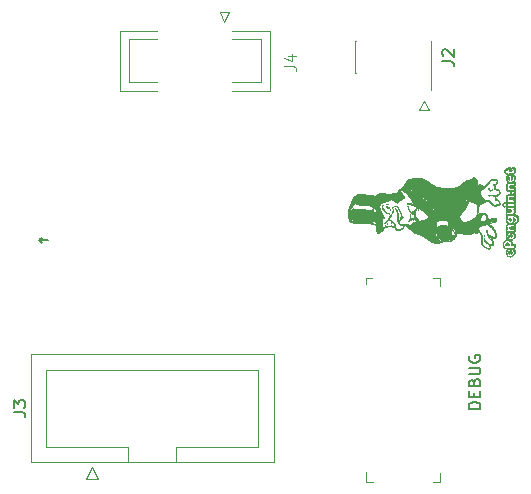
<source format=gto>
%TF.GenerationSoftware,KiCad,Pcbnew,5.1.8*%
%TF.CreationDate,2020-12-16T14:38:17-06:00*%
%TF.ProjectId,ePenguin-Debug,6550656e-6775-4696-9e2d-44656275672e,rev?*%
%TF.SameCoordinates,Original*%
%TF.FileFunction,Legend,Top*%
%TF.FilePolarity,Positive*%
%FSLAX46Y46*%
G04 Gerber Fmt 4.6, Leading zero omitted, Abs format (unit mm)*
G04 Created by KiCad (PCBNEW 5.1.8) date 2020-12-16 14:38:17*
%MOMM*%
%LPD*%
G01*
G04 APERTURE LIST*
%ADD10C,0.120000*%
%ADD11C,0.100000*%
%ADD12C,0.010000*%
%ADD13C,0.153000*%
%ADD14C,0.150000*%
%ADD15C,0.015000*%
G04 APERTURE END LIST*
D10*
X136900000Y-57200000D02*
X137300000Y-58000000D01*
X136500000Y-58000000D02*
X136900000Y-57200000D01*
X137300000Y-58000000D02*
X136500000Y-58000000D01*
X120400000Y-49700000D02*
X120000000Y-50500000D01*
X119600000Y-49700000D02*
X120400000Y-49700000D01*
X120000000Y-50500000D02*
X119600000Y-49700000D01*
D11*
%TO.C,CON1*%
X132003000Y-72187000D02*
X132478000Y-72187000D01*
X132003000Y-72737000D02*
X132003000Y-72187000D01*
X138253000Y-72187000D02*
X138253000Y-72862000D01*
X137653000Y-72187000D02*
X138253000Y-72187000D01*
X132003000Y-89437000D02*
X132578000Y-89437000D01*
X132003000Y-88662000D02*
X132003000Y-89437000D01*
X138253000Y-89437000D02*
X138253000Y-88712000D01*
X137653000Y-89437000D02*
X138253000Y-89437000D01*
D12*
%TO.C,G\u002A\u002A\u002A*%
G36*
X130475942Y-66613251D02*
G01*
X130507210Y-66376108D01*
X130531728Y-66265498D01*
X130598614Y-66057369D01*
X130691716Y-65833677D01*
X130799797Y-65616221D01*
X130911617Y-65426801D01*
X131015938Y-65287214D01*
X131056786Y-65247018D01*
X131184632Y-65165514D01*
X131324232Y-65111788D01*
X131339676Y-65108486D01*
X131514618Y-65094660D01*
X131753105Y-65103730D01*
X132037596Y-65134232D01*
X132350549Y-65184701D01*
X132425527Y-65199141D01*
X132782180Y-65269972D01*
X133004341Y-65117152D01*
X133216371Y-65001290D01*
X133399996Y-64965041D01*
X133555496Y-65008360D01*
X133578066Y-65022869D01*
X133642869Y-65051675D01*
X133741979Y-65063297D01*
X133894173Y-65058817D01*
X134022664Y-65048498D01*
X134296237Y-65012399D01*
X134503520Y-64961024D01*
X134638924Y-64896397D01*
X134696864Y-64820542D01*
X134698667Y-64803589D01*
X134740440Y-64725303D01*
X134863538Y-64648862D01*
X134868216Y-64646736D01*
X135023633Y-64537323D01*
X135184888Y-64348671D01*
X135348031Y-64085638D01*
X135391887Y-64002505D01*
X135465529Y-63894993D01*
X135549698Y-63819151D01*
X135555015Y-63816152D01*
X135633315Y-63794615D01*
X135775409Y-63773887D01*
X135960439Y-63756449D01*
X136148415Y-63745537D01*
X136648342Y-63724948D01*
X136960059Y-63879007D01*
X137152510Y-63982539D01*
X137355750Y-64105035D01*
X137523412Y-64218310D01*
X137689625Y-64338435D01*
X137815730Y-64418591D01*
X137929089Y-64469960D01*
X138057065Y-64503721D01*
X138227021Y-64531056D01*
X138319408Y-64543563D01*
X138582955Y-64568335D01*
X138863413Y-64577233D01*
X139139769Y-64571176D01*
X139391011Y-64551084D01*
X139596130Y-64517877D01*
X139712576Y-64482621D01*
X139826153Y-64417596D01*
X139968792Y-64312974D01*
X140111137Y-64190440D01*
X140121927Y-64180232D01*
X140295244Y-64026402D01*
X140439223Y-63929655D01*
X140574953Y-63879066D01*
X140723526Y-63863706D01*
X140732947Y-63863666D01*
X140857782Y-63841666D01*
X140942766Y-63763684D01*
X140948170Y-63755630D01*
X141036124Y-63673333D01*
X141132996Y-63663370D01*
X141227670Y-63715811D01*
X141309029Y-63820727D01*
X141365956Y-63968192D01*
X141387334Y-64147848D01*
X141390169Y-64259032D01*
X141407811Y-64302808D01*
X141453962Y-64296429D01*
X141492120Y-64279774D01*
X141568341Y-64257348D01*
X141645088Y-64273472D01*
X141753062Y-64335435D01*
X141768029Y-64345274D01*
X141892411Y-64415446D01*
X141977543Y-64430658D01*
X142012493Y-64418979D01*
X142135473Y-64321737D01*
X142258143Y-64173360D01*
X142335598Y-64044300D01*
X142453889Y-63898515D01*
X142624622Y-63807930D01*
X142831645Y-63778113D01*
X143027750Y-63805682D01*
X143105298Y-63861495D01*
X143123766Y-63960654D01*
X143084495Y-64087198D01*
X142992869Y-64220599D01*
X142896997Y-64364119D01*
X142882051Y-64483771D01*
X142948002Y-64579054D01*
X143017167Y-64620165D01*
X143151141Y-64697590D01*
X143261242Y-64788478D01*
X143325996Y-64873448D01*
X143334667Y-64906739D01*
X143306256Y-64976236D01*
X143236295Y-65071468D01*
X143147693Y-65167248D01*
X143063360Y-65238384D01*
X143012781Y-65260666D01*
X142960672Y-65290210D01*
X142952723Y-65359516D01*
X142983680Y-65439599D01*
X143048285Y-65501475D01*
X143057261Y-65505944D01*
X143188937Y-65608687D01*
X143285732Y-65770433D01*
X143313221Y-65855942D01*
X143317804Y-65942956D01*
X143263102Y-65997916D01*
X143229429Y-66014692D01*
X143070879Y-66055476D01*
X142890167Y-66060964D01*
X142890167Y-65979107D01*
X143087542Y-65966303D01*
X143206600Y-65927135D01*
X143249755Y-65860765D01*
X143250000Y-65854105D01*
X143222886Y-65760330D01*
X143157068Y-65663699D01*
X143075830Y-65590680D01*
X143002457Y-65567737D01*
X142998763Y-65568543D01*
X142945804Y-65559838D01*
X142921382Y-65486558D01*
X142918556Y-65457773D01*
X142909306Y-65371139D01*
X142885487Y-65316321D01*
X142828247Y-65276173D01*
X142718735Y-65233545D01*
X142643643Y-65207708D01*
X142546187Y-65173233D01*
X142505609Y-65154474D01*
X142528013Y-65151319D01*
X142619500Y-65163657D01*
X142786172Y-65191376D01*
X142858060Y-65203765D01*
X142953191Y-65208793D01*
X143034027Y-65175677D01*
X143132055Y-65090669D01*
X143143810Y-65078990D01*
X143229540Y-64986325D01*
X143282532Y-64915664D01*
X143291003Y-64894483D01*
X143259155Y-64846286D01*
X143187576Y-64784255D01*
X143075800Y-64723985D01*
X142938885Y-64675711D01*
X142924323Y-64672091D01*
X142835451Y-64647795D01*
X142805124Y-64632167D01*
X142812252Y-64629919D01*
X142836571Y-64603652D01*
X142830820Y-64522639D01*
X142805029Y-64412214D01*
X142774357Y-64288754D01*
X142768930Y-64228928D01*
X142791035Y-64214874D01*
X142829095Y-64224270D01*
X142898938Y-64220249D01*
X142967686Y-64151476D01*
X142994909Y-64109640D01*
X143062802Y-63984405D01*
X143072017Y-63910348D01*
X143014628Y-63874502D01*
X142882710Y-63863899D01*
X142844577Y-63863666D01*
X142698460Y-63869787D01*
X142603335Y-63895829D01*
X142525946Y-63953315D01*
X142495327Y-63984671D01*
X142392510Y-64109311D01*
X142299916Y-64243848D01*
X142297182Y-64248404D01*
X142213727Y-64347625D01*
X142083141Y-64459498D01*
X141958892Y-64544361D01*
X141783995Y-64669230D01*
X141682679Y-64796058D01*
X141645440Y-64943092D01*
X141660569Y-65117094D01*
X141719487Y-65270976D01*
X141824097Y-65409989D01*
X141952902Y-65512435D01*
X142084404Y-65556621D01*
X142096450Y-65557000D01*
X142304013Y-65586895D01*
X142466316Y-65671484D01*
X142558693Y-65783839D01*
X142628505Y-65899356D01*
X142705086Y-65957764D01*
X142820091Y-65977711D01*
X142890167Y-65979107D01*
X142890167Y-66060964D01*
X142880557Y-66061256D01*
X142704066Y-66031409D01*
X142677424Y-66022258D01*
X142578194Y-65949861D01*
X142518391Y-65856024D01*
X142430786Y-65723251D01*
X142304271Y-65655764D01*
X142157023Y-65656325D01*
X142007220Y-65727694D01*
X141956729Y-65770706D01*
X141838167Y-65859064D01*
X141719396Y-65906683D01*
X141700858Y-65909179D01*
X141675125Y-65918304D01*
X141675125Y-65677007D01*
X141672194Y-65636841D01*
X141619473Y-65544158D01*
X141577834Y-65481427D01*
X141512957Y-65374610D01*
X141475587Y-65291119D01*
X141472000Y-65272006D01*
X141445580Y-65222291D01*
X141429667Y-65218333D01*
X141394816Y-65249014D01*
X141400072Y-65326633D01*
X141435881Y-65429554D01*
X141492688Y-65536144D01*
X141560940Y-65624767D01*
X141630750Y-65673681D01*
X141675125Y-65677007D01*
X141675125Y-65918304D01*
X141596135Y-65946315D01*
X141519969Y-66044145D01*
X141468811Y-66210021D01*
X141439114Y-66451293D01*
X141439102Y-66451460D01*
X141418682Y-66736859D01*
X141758460Y-66716766D01*
X141928433Y-66708244D01*
X142035909Y-66710519D01*
X142102843Y-66728359D01*
X142151189Y-66766531D01*
X142187286Y-66809879D01*
X142254135Y-66941616D01*
X142276334Y-67065542D01*
X142281680Y-67146419D01*
X142307761Y-67191683D01*
X142369639Y-67204308D01*
X142482377Y-67187269D01*
X142661039Y-67143539D01*
X142665502Y-67142383D01*
X142848295Y-67107675D01*
X142965140Y-67118487D01*
X143023197Y-67177638D01*
X143029890Y-67285778D01*
X143012565Y-67343939D01*
X142965432Y-67390517D01*
X142871449Y-67436508D01*
X142713574Y-67492907D01*
X142703839Y-67496150D01*
X142390511Y-67600330D01*
X142625011Y-67816915D01*
X142765904Y-67958903D01*
X142856156Y-68085395D01*
X142916326Y-68226711D01*
X142927756Y-68263433D01*
X142984501Y-68492722D01*
X142996254Y-68654533D01*
X142961098Y-68754279D01*
X142877114Y-68797373D01*
X142742386Y-68789226D01*
X142741537Y-68789057D01*
X142652610Y-68780750D01*
X142620416Y-68811278D01*
X142641121Y-68892670D01*
X142681114Y-68978520D01*
X142723061Y-69114323D01*
X142734595Y-69262835D01*
X142734030Y-69270774D01*
X142719566Y-69374529D01*
X142686130Y-69416073D01*
X142613374Y-69417849D01*
X142601868Y-69416553D01*
X142524466Y-69412898D01*
X142497558Y-69442189D01*
X142506310Y-69526968D01*
X142511329Y-69554136D01*
X142525400Y-69654136D01*
X142505098Y-69696302D01*
X142444848Y-69704140D01*
X142444848Y-69666718D01*
X142468071Y-69655040D01*
X142467533Y-69607174D01*
X142442553Y-69512807D01*
X142435199Y-69491208D01*
X142396900Y-69383951D01*
X142371920Y-69332905D01*
X142343636Y-69315085D01*
X142303199Y-69308692D01*
X142208442Y-69262176D01*
X142103411Y-69164935D01*
X142010576Y-69044260D01*
X141952407Y-68927448D01*
X141943432Y-68871681D01*
X141948527Y-68792862D01*
X141955916Y-68795681D01*
X141968112Y-68859000D01*
X142027285Y-68990519D01*
X142145771Y-69123812D01*
X142301319Y-69237940D01*
X142438682Y-69301783D01*
X142578556Y-69347092D01*
X142656746Y-69361059D01*
X142691115Y-69341335D01*
X142699526Y-69285574D01*
X142699667Y-69267484D01*
X142685129Y-69140348D01*
X142648525Y-69025300D01*
X142600371Y-68946601D01*
X142552538Y-68927959D01*
X142483518Y-68917634D01*
X142464575Y-68897678D01*
X142456757Y-68865435D01*
X142477023Y-68873382D01*
X142526009Y-68864160D01*
X142549368Y-68828123D01*
X142541233Y-68750867D01*
X142481775Y-68684561D01*
X142402199Y-68659066D01*
X142378067Y-68664215D01*
X142327864Y-68644135D01*
X142278804Y-68572350D01*
X142240898Y-68468994D01*
X142209131Y-68348342D01*
X142187797Y-68234141D01*
X142181189Y-68150138D01*
X142193601Y-68120079D01*
X142197318Y-68121659D01*
X142228875Y-68178464D01*
X142234000Y-68220181D01*
X142267641Y-68407243D01*
X142370220Y-68550382D01*
X142544216Y-68651933D01*
X142752584Y-68707731D01*
X142911334Y-68735836D01*
X142911334Y-68565441D01*
X142894120Y-68406653D01*
X142852166Y-68247707D01*
X142847073Y-68234444D01*
X142787255Y-68129430D01*
X142690211Y-68003991D01*
X142572305Y-67874487D01*
X142449899Y-67757278D01*
X142339359Y-67668722D01*
X142257046Y-67625181D01*
X142236361Y-67623883D01*
X142167344Y-67642151D01*
X142040837Y-67678868D01*
X141880160Y-67727216D01*
X141821250Y-67745289D01*
X141645529Y-67803215D01*
X141538180Y-67849751D01*
X141485081Y-67892558D01*
X141472000Y-67934758D01*
X141499398Y-68053917D01*
X141572428Y-68206357D01*
X141677343Y-68365006D01*
X141713482Y-68410365D01*
X141762634Y-68476580D01*
X141792100Y-68545491D01*
X141805918Y-68639330D01*
X141808125Y-68780332D01*
X141805050Y-68914638D01*
X141794047Y-69296048D01*
X141975853Y-69457386D01*
X142096904Y-69546176D01*
X142231074Y-69616948D01*
X142354883Y-69660271D01*
X142444848Y-69666718D01*
X142444848Y-69704140D01*
X142433882Y-69705567D01*
X142410801Y-69705666D01*
X142209108Y-69674725D01*
X142019581Y-69576163D01*
X141881533Y-69459729D01*
X141793151Y-69370789D01*
X141747151Y-69300964D01*
X141733379Y-69218884D01*
X141741681Y-69093175D01*
X141746825Y-69043534D01*
X141752607Y-68800025D01*
X141719322Y-68589767D01*
X141650898Y-68431341D01*
X141606169Y-68378654D01*
X141533208Y-68333492D01*
X141445794Y-68338692D01*
X141396568Y-68354124D01*
X141271870Y-68375013D01*
X141271870Y-68266333D01*
X141277611Y-68237579D01*
X141246406Y-68168502D01*
X141194221Y-68084877D01*
X141137017Y-68012481D01*
X141093170Y-67977779D01*
X141052563Y-67996041D01*
X141048667Y-68016660D01*
X141076649Y-68084050D01*
X141142174Y-68168689D01*
X141217610Y-68239667D01*
X141271870Y-68266333D01*
X141271870Y-68375013D01*
X141256428Y-68377600D01*
X141188588Y-68357389D01*
X141111187Y-68341023D01*
X141010281Y-68379009D01*
X140993813Y-68388679D01*
X140993813Y-68224000D01*
X141066258Y-68216569D01*
X141066968Y-68184765D01*
X141048667Y-68160500D01*
X140969631Y-68113531D01*
X140874150Y-68097000D01*
X140787226Y-68108384D01*
X140752334Y-68134804D01*
X140790683Y-68183340D01*
X140890529Y-68215579D01*
X140993813Y-68224000D01*
X140993813Y-68388679D01*
X140971403Y-68401840D01*
X140908244Y-68437908D01*
X140846791Y-68460254D01*
X140769197Y-68469801D01*
X140657613Y-68467473D01*
X140494193Y-68454195D01*
X140311341Y-68436024D01*
X140057205Y-68412723D01*
X139872052Y-68406861D01*
X139740939Y-68424696D01*
X139648925Y-68472484D01*
X139612156Y-68517996D01*
X139612156Y-68366419D01*
X139657325Y-68361130D01*
X139766320Y-68334121D01*
X139922449Y-68289861D01*
X140096167Y-68236867D01*
X140573220Y-68086612D01*
X140973711Y-67959800D01*
X141302006Y-67855002D01*
X141562473Y-67770787D01*
X141759480Y-67705726D01*
X141897394Y-67658388D01*
X141980584Y-67627343D01*
X142013416Y-67611162D01*
X142014034Y-67608923D01*
X141970950Y-67616177D01*
X141856985Y-67644435D01*
X141682504Y-67690878D01*
X141627176Y-67706101D01*
X141627176Y-67391398D01*
X141673336Y-67390529D01*
X141778575Y-67372581D01*
X141917534Y-67342032D01*
X142191667Y-67276441D01*
X142191667Y-67095703D01*
X142173131Y-66944058D01*
X142110528Y-66839896D01*
X142099018Y-66828649D01*
X142000295Y-66757375D01*
X141912913Y-66755364D01*
X141809870Y-66823406D01*
X141793754Y-66837583D01*
X141701552Y-66969566D01*
X141649202Y-67154003D01*
X141630593Y-67280580D01*
X141623895Y-67368029D01*
X141627176Y-67391398D01*
X141627176Y-67706101D01*
X141457870Y-67752686D01*
X141193449Y-67827040D01*
X140899605Y-67911117D01*
X140838743Y-67928700D01*
X140471970Y-68035682D01*
X140283823Y-68091978D01*
X140283823Y-67464405D01*
X140436846Y-67445052D01*
X140628233Y-67394882D01*
X140926264Y-67285053D01*
X141145007Y-67151351D01*
X141287185Y-66990955D01*
X141355519Y-66801045D01*
X141359852Y-66636500D01*
X141356586Y-66462777D01*
X141371235Y-66284253D01*
X141379689Y-66234333D01*
X141399145Y-66112039D01*
X141387109Y-66034306D01*
X141333677Y-65963824D01*
X141298779Y-65929576D01*
X141186388Y-65850040D01*
X141035965Y-65777037D01*
X140958066Y-65749659D01*
X140825262Y-65712802D01*
X140806834Y-65708520D01*
X140806834Y-64228611D01*
X140845288Y-64216593D01*
X140906477Y-64154191D01*
X140972621Y-64065365D01*
X141025937Y-63974075D01*
X141048644Y-63904280D01*
X141048667Y-63902752D01*
X141041194Y-63835623D01*
X141031523Y-63821333D01*
X140999391Y-63854593D01*
X140946333Y-63936757D01*
X140886928Y-64041399D01*
X140835754Y-64142094D01*
X140807390Y-64212415D01*
X140806834Y-64228611D01*
X140806834Y-65708520D01*
X140722743Y-65688979D01*
X140686901Y-65684000D01*
X140644695Y-65720296D01*
X140591806Y-65813068D01*
X140561480Y-65885083D01*
X140432410Y-66171484D01*
X140291726Y-66405073D01*
X140291726Y-66099328D01*
X140319792Y-66086598D01*
X140324184Y-66082636D01*
X140399785Y-65972230D01*
X140464476Y-65802166D01*
X140511353Y-65597361D01*
X140533512Y-65382728D01*
X140534347Y-65324166D01*
X140531987Y-65027833D01*
X140478104Y-65345333D01*
X140415853Y-65666254D01*
X140347989Y-65922473D01*
X140306194Y-66043833D01*
X140291726Y-66099328D01*
X140291726Y-66405073D01*
X140252606Y-66470028D01*
X140064855Y-66730215D01*
X139969671Y-66857990D01*
X139898726Y-66959952D01*
X139864635Y-67017782D01*
X139863334Y-67022842D01*
X139884523Y-67071920D01*
X139939285Y-67168000D01*
X139994747Y-67257210D01*
X140081954Y-67374653D01*
X140171919Y-67442328D01*
X140283823Y-67464405D01*
X140283823Y-68091978D01*
X140180088Y-68123017D01*
X139956255Y-68193149D01*
X139793628Y-68248517D01*
X139685365Y-68291566D01*
X139624622Y-68324735D01*
X139604557Y-68350468D01*
X139612156Y-68366419D01*
X139612156Y-68517996D01*
X139581065Y-68556480D01*
X139522419Y-68682941D01*
X139485428Y-68781830D01*
X139420227Y-68876089D01*
X139398310Y-68894590D01*
X139398310Y-68547997D01*
X139511397Y-68513892D01*
X139560128Y-68424785D01*
X139544387Y-68280819D01*
X139506995Y-68175394D01*
X139501184Y-68164573D01*
X139501184Y-67038018D01*
X139648549Y-67027968D01*
X139752008Y-66987724D01*
X139828825Y-66925336D01*
X139899130Y-66848623D01*
X139928004Y-66797672D01*
X139926225Y-66791114D01*
X139884855Y-66802100D01*
X139812856Y-66857158D01*
X139807521Y-66862111D01*
X139732933Y-66915519D01*
X139636167Y-66943924D01*
X139490007Y-66954128D01*
X139482334Y-66954203D01*
X139482334Y-66784666D01*
X139523437Y-66752452D01*
X139524667Y-66742333D01*
X139492452Y-66701230D01*
X139482334Y-66700000D01*
X139441230Y-66732214D01*
X139440000Y-66742333D01*
X139472215Y-66783436D01*
X139482334Y-66784666D01*
X139482334Y-66954203D01*
X139437272Y-66954648D01*
X139289323Y-66959144D01*
X139220800Y-66972380D01*
X139226815Y-66995331D01*
X139228334Y-66996333D01*
X139306459Y-67020684D01*
X139432342Y-67035738D01*
X139501184Y-67038018D01*
X139501184Y-68164573D01*
X139444667Y-68059321D01*
X139370270Y-67965027D01*
X139301251Y-67910965D01*
X139258035Y-67912076D01*
X139262513Y-67959875D01*
X139310005Y-68039221D01*
X139314387Y-68044878D01*
X139369971Y-68128543D01*
X139396659Y-68192797D01*
X139390385Y-68219460D01*
X139347083Y-68190349D01*
X139346867Y-68190133D01*
X139274117Y-68142377D01*
X139226704Y-68172459D01*
X139202699Y-68282211D01*
X139199816Y-68329834D01*
X139201119Y-68445071D01*
X139212899Y-68516495D01*
X139220983Y-68526959D01*
X139398310Y-68547997D01*
X139398310Y-68894590D01*
X139302252Y-68975681D01*
X139248370Y-69010067D01*
X139129705Y-69075063D01*
X139040394Y-69102324D01*
X139003920Y-69100612D01*
X139003920Y-69028333D01*
X139088466Y-69014183D01*
X139190547Y-68979627D01*
X139283506Y-68936504D01*
X139340687Y-68896653D01*
X139344966Y-68876854D01*
X139297005Y-68877039D01*
X139203809Y-68901590D01*
X139190129Y-68906237D01*
X139003992Y-68934344D01*
X138796208Y-68907406D01*
X138709750Y-68879239D01*
X138649060Y-68873427D01*
X138635667Y-68892663D01*
X138672798Y-68935274D01*
X138765042Y-68979140D01*
X138883678Y-69013680D01*
X138999985Y-69028312D01*
X139003920Y-69028333D01*
X139003920Y-69100612D01*
X138941228Y-69097669D01*
X138821770Y-69073383D01*
X138678989Y-69046382D01*
X138577639Y-69046810D01*
X138477945Y-69078147D01*
X138410336Y-69109368D01*
X138306344Y-69145665D01*
X138306344Y-69060040D01*
X138377798Y-69050350D01*
X138478058Y-69014471D01*
X138504055Y-68976098D01*
X138454347Y-68948915D01*
X138389046Y-68943666D01*
X138263478Y-68909735D01*
X138179826Y-68848292D01*
X138094548Y-68729989D01*
X138047041Y-68641239D01*
X138047041Y-67974520D01*
X138100065Y-67972579D01*
X138192090Y-67927096D01*
X138360002Y-67864969D01*
X138563696Y-67850374D01*
X138768082Y-67884520D01*
X138826167Y-67905222D01*
X138881754Y-67922360D01*
X138870065Y-67896019D01*
X138863217Y-67888397D01*
X138793947Y-67841700D01*
X138682661Y-67791473D01*
X138654809Y-67781389D01*
X138454146Y-67751168D01*
X138254383Y-67802043D01*
X138143639Y-67863677D01*
X138058552Y-67934275D01*
X138047041Y-67974520D01*
X138047041Y-68641239D01*
X138005925Y-68564427D01*
X137977620Y-68498390D01*
X137977620Y-67885333D01*
X138021158Y-67863694D01*
X138108437Y-67809122D01*
X138152861Y-67779500D01*
X138351561Y-67691739D01*
X138563837Y-67679026D01*
X138766697Y-67742111D01*
X138795440Y-67758491D01*
X138889420Y-67812890D01*
X138948381Y-67841647D01*
X138954190Y-67843000D01*
X138965297Y-67804732D01*
X138972613Y-67706157D01*
X138974334Y-67613668D01*
X138974334Y-67384336D01*
X138783679Y-67311524D01*
X138605562Y-67270648D01*
X138397240Y-67262318D01*
X138195475Y-67285261D01*
X138038549Y-67337382D01*
X137990782Y-67355352D01*
X137967003Y-67331193D01*
X137958994Y-67248144D01*
X137958334Y-67173783D01*
X137932582Y-66950526D01*
X137859796Y-66685262D01*
X137746676Y-66401409D01*
X137722790Y-66350651D01*
X137676885Y-66246904D01*
X137671590Y-66178760D01*
X137710289Y-66105777D01*
X137747572Y-66054317D01*
X137848920Y-65916833D01*
X137744877Y-65984905D01*
X137648958Y-66070098D01*
X137591693Y-66149478D01*
X137565995Y-66233353D01*
X137600194Y-66306288D01*
X137624472Y-66333910D01*
X137704888Y-66458933D01*
X137778979Y-66641903D01*
X137839570Y-66856103D01*
X137879485Y-67074816D01*
X137891551Y-67271328D01*
X137888959Y-67318766D01*
X137880387Y-67455378D01*
X137886716Y-67516082D01*
X137908886Y-67508476D01*
X137911952Y-67504333D01*
X137938601Y-67486307D01*
X137952933Y-67533444D01*
X137957654Y-67655132D01*
X137957685Y-67663083D01*
X137961363Y-67787292D01*
X137970114Y-67867958D01*
X137977620Y-67885333D01*
X137977620Y-68498390D01*
X137928760Y-68384397D01*
X137877853Y-68222690D01*
X137866457Y-68154060D01*
X137856394Y-68021998D01*
X137511335Y-67983171D01*
X137511335Y-66911666D01*
X137572500Y-66897715D01*
X137556982Y-66866693D01*
X137556982Y-65712341D01*
X137609109Y-65696561D01*
X137705794Y-65625767D01*
X137801151Y-65553803D01*
X137874962Y-65512276D01*
X137887498Y-65508901D01*
X137890789Y-65498591D01*
X137832718Y-65483585D01*
X137732598Y-65493133D01*
X137636203Y-65571180D01*
X137629463Y-65578901D01*
X137561684Y-65671843D01*
X137556982Y-65712341D01*
X137556982Y-66866693D01*
X137554164Y-66861059D01*
X137537925Y-66849974D01*
X137483555Y-66855283D01*
X137471927Y-66868643D01*
X137481124Y-66905458D01*
X137511335Y-66911666D01*
X137511335Y-67983171D01*
X137415878Y-67972429D01*
X137232561Y-67953576D01*
X137082983Y-67941542D01*
X136985467Y-67937595D01*
X136957554Y-67940668D01*
X136985800Y-67956978D01*
X137080861Y-67981941D01*
X137225760Y-68012064D01*
X137403519Y-68043854D01*
X137597164Y-68073819D01*
X137621344Y-68077221D01*
X137738303Y-68096778D01*
X137791916Y-68125695D01*
X137802804Y-68184211D01*
X137796565Y-68249193D01*
X137810171Y-68397748D01*
X137871300Y-68577842D01*
X137967167Y-68761592D01*
X138084984Y-68921111D01*
X138122365Y-68959753D01*
X138219663Y-69037801D01*
X138306344Y-69060040D01*
X138306344Y-69145665D01*
X138120301Y-69210603D01*
X137842319Y-69228514D01*
X137578515Y-69163344D01*
X137452030Y-69087705D01*
X137452030Y-68838882D01*
X137470170Y-68821656D01*
X137469240Y-68756169D01*
X137453388Y-68675580D01*
X137426763Y-68613047D01*
X137423212Y-68608528D01*
X137412084Y-68630941D01*
X137408000Y-68701279D01*
X137423263Y-68794113D01*
X137452030Y-68838882D01*
X137452030Y-69087705D01*
X137331016Y-69015336D01*
X137290114Y-68981434D01*
X137117902Y-68854061D01*
X137108253Y-68848213D01*
X137108253Y-68682765D01*
X137077807Y-68649435D01*
X137048167Y-68623066D01*
X136940554Y-68544888D01*
X136878834Y-68507783D01*
X136878834Y-67927666D01*
X136900000Y-67906500D01*
X136878834Y-67885333D01*
X136857667Y-67906500D01*
X136878834Y-67927666D01*
X136878834Y-68507783D01*
X136791643Y-68455363D01*
X136667167Y-68390472D01*
X136579017Y-68352273D01*
X136579017Y-67708870D01*
X136661243Y-67675460D01*
X136790434Y-67601104D01*
X136911720Y-67522122D01*
X136959397Y-67478981D01*
X136934605Y-67475237D01*
X136838483Y-67514443D01*
X136772998Y-67546668D01*
X136655672Y-67596347D01*
X136563375Y-67617690D01*
X136538218Y-67615277D01*
X136498979Y-67620359D01*
X136504519Y-67654656D01*
X136532566Y-67700851D01*
X136579017Y-67708870D01*
X136579017Y-68352273D01*
X136509512Y-68322153D01*
X136358294Y-68268855D01*
X136265000Y-68245760D01*
X136188222Y-68235956D01*
X136175044Y-68242965D01*
X136230614Y-68272515D01*
X136328500Y-68316444D01*
X136471893Y-68382436D01*
X136653726Y-68469949D01*
X136837380Y-68561323D01*
X136857667Y-68571640D01*
X137005751Y-68645910D01*
X137086757Y-68682271D01*
X137108253Y-68682765D01*
X137108253Y-68848213D01*
X136889460Y-68715605D01*
X136629674Y-68579243D01*
X136363430Y-68458152D01*
X136145093Y-68375202D01*
X136096831Y-68357081D01*
X136096831Y-67712182D01*
X136216907Y-67690072D01*
X136322937Y-67628504D01*
X136385624Y-67547180D01*
X136392000Y-67513680D01*
X136385532Y-67486803D01*
X136385532Y-67368603D01*
X136521605Y-67358757D01*
X136540078Y-67356886D01*
X136746729Y-67321710D01*
X136940947Y-67264493D01*
X137105741Y-67192920D01*
X137224122Y-67114674D01*
X137279100Y-67037441D01*
X137281000Y-67021764D01*
X137252360Y-66972610D01*
X137215747Y-66929052D01*
X137215747Y-65747500D01*
X137122469Y-65615503D01*
X137033148Y-65508787D01*
X136940548Y-65425699D01*
X136932845Y-65420447D01*
X136838612Y-65373583D01*
X136698995Y-65320292D01*
X136596860Y-65287776D01*
X136474958Y-65238822D01*
X136329054Y-65160718D01*
X136178132Y-65066341D01*
X136041181Y-64968567D01*
X135937186Y-64880275D01*
X135885133Y-64814340D01*
X135882478Y-64803257D01*
X135856465Y-64754957D01*
X135793746Y-64671600D01*
X135773154Y-64646833D01*
X135705138Y-64569023D01*
X135680028Y-64553235D01*
X135686542Y-64596438D01*
X135694407Y-64625666D01*
X135736693Y-64703791D01*
X135823919Y-64819399D01*
X135939778Y-64951516D01*
X135981927Y-64995581D01*
X136138232Y-65144961D01*
X136272830Y-65245086D01*
X136413902Y-65315108D01*
X136496113Y-65344960D01*
X136668173Y-65408442D01*
X136817820Y-65480899D01*
X136977208Y-65579459D01*
X137110790Y-65672440D01*
X137215747Y-65747500D01*
X137215747Y-66929052D01*
X137175512Y-66881184D01*
X137064066Y-66763067D01*
X136995250Y-66694605D01*
X136929047Y-66633408D01*
X136929047Y-66179053D01*
X136936952Y-66171116D01*
X136906482Y-66101886D01*
X136835831Y-65965374D01*
X136832535Y-65959166D01*
X136753570Y-65813834D01*
X136686523Y-65696392D01*
X136643655Y-65628181D01*
X136638811Y-65622039D01*
X136587821Y-65622187D01*
X136505030Y-65686114D01*
X136486673Y-65705033D01*
X136435325Y-65764117D01*
X136437226Y-65772770D01*
X136458834Y-65756410D01*
X136549512Y-65696555D01*
X136614895Y-65701773D01*
X136673647Y-65778819D01*
X136706163Y-65845933D01*
X136782479Y-65986642D01*
X136873122Y-66117812D01*
X136884572Y-66131683D01*
X136929047Y-66179053D01*
X136929047Y-66633408D01*
X136843518Y-66554345D01*
X136696299Y-66431310D01*
X136563941Y-66332291D01*
X136456789Y-66264080D01*
X136385193Y-66233465D01*
X136359498Y-66247239D01*
X136374546Y-66287250D01*
X136387239Y-66318991D01*
X136349649Y-66289324D01*
X136347411Y-66287250D01*
X136340390Y-66282195D01*
X136340390Y-65916833D01*
X136345029Y-65719307D01*
X136342201Y-65599130D01*
X136315211Y-65518668D01*
X136246935Y-65445117D01*
X136169750Y-65383511D01*
X135989834Y-65245240D01*
X136128321Y-65393485D01*
X136253719Y-65579775D01*
X136303599Y-65729281D01*
X136340390Y-65916833D01*
X136340390Y-66282195D01*
X136284686Y-66242087D01*
X136261123Y-66234333D01*
X136229541Y-66272987D01*
X136201054Y-66374245D01*
X136177644Y-66516051D01*
X136161293Y-66676351D01*
X136153985Y-66833089D01*
X136157700Y-66964209D01*
X136174423Y-67047657D01*
X136186579Y-67063693D01*
X136207145Y-67100710D01*
X136184793Y-67120577D01*
X136171369Y-67168806D01*
X136220057Y-67237779D01*
X136270112Y-67310503D01*
X136273034Y-67356873D01*
X136296515Y-67367975D01*
X136385532Y-67368603D01*
X136385532Y-67486803D01*
X136382913Y-67475920D01*
X136348183Y-67506885D01*
X136326603Y-67536528D01*
X136239281Y-67614834D01*
X136125520Y-67669130D01*
X136041524Y-67695508D01*
X136034734Y-67707546D01*
X136096831Y-67712182D01*
X136096831Y-68357081D01*
X135983425Y-68314499D01*
X135869848Y-68248791D01*
X135771288Y-68154280D01*
X135679924Y-68040494D01*
X135583528Y-67922115D01*
X135502093Y-67836423D01*
X135452284Y-67800832D01*
X135450424Y-67800667D01*
X135382786Y-67775116D01*
X135337000Y-67742174D01*
X135250381Y-67685121D01*
X135160599Y-67651696D01*
X135095550Y-67649634D01*
X135079667Y-67670814D01*
X135113725Y-67711324D01*
X135140668Y-67716000D01*
X135212924Y-67737531D01*
X135212362Y-67802146D01*
X135138975Y-67909879D01*
X135087068Y-67967327D01*
X134978699Y-68070686D01*
X134888379Y-68122357D01*
X134783913Y-68138798D01*
X134750579Y-68139333D01*
X134735513Y-68136973D01*
X134735513Y-68046762D01*
X134876265Y-68043882D01*
X134975660Y-68002830D01*
X135021171Y-67965299D01*
X135090726Y-67890487D01*
X135121880Y-67838264D01*
X135122000Y-67836481D01*
X135087703Y-67798440D01*
X135001150Y-67742140D01*
X134953286Y-67716316D01*
X134818566Y-67634905D01*
X134727012Y-67541034D01*
X134670697Y-67416987D01*
X134641692Y-67245045D01*
X134632071Y-67007489D01*
X134631992Y-66998206D01*
X134622706Y-66752461D01*
X134596251Y-66573593D01*
X134548015Y-66444749D01*
X134473389Y-66349074D01*
X134448335Y-66326924D01*
X134408188Y-66287060D01*
X134436924Y-66285948D01*
X134442091Y-66287260D01*
X134508787Y-66330460D01*
X134584528Y-66412354D01*
X134585525Y-66413684D01*
X134625808Y-66484002D01*
X134652721Y-66578849D01*
X134669628Y-66717293D01*
X134679889Y-66918401D01*
X134681075Y-66955544D01*
X134688051Y-67137291D01*
X134696503Y-67284679D01*
X134705196Y-67379038D01*
X134710714Y-67403492D01*
X134741351Y-67385596D01*
X134789733Y-67310251D01*
X134845458Y-67199855D01*
X134898124Y-67076810D01*
X134937328Y-66963516D01*
X134952667Y-66882476D01*
X134930082Y-66776737D01*
X134872269Y-66640801D01*
X134825667Y-66558651D01*
X134756114Y-66443688D01*
X134710447Y-66358043D01*
X134699750Y-66328113D01*
X134716986Y-66324148D01*
X134759204Y-66378657D01*
X134816403Y-66473015D01*
X134878582Y-66588596D01*
X134935738Y-66706774D01*
X134977871Y-66808923D01*
X134994978Y-66876416D01*
X134995000Y-66877955D01*
X135014723Y-66972570D01*
X135069084Y-67001244D01*
X135118390Y-67007837D01*
X135084657Y-67021637D01*
X135073176Y-67024726D01*
X135003070Y-67074254D01*
X134920115Y-67173252D01*
X134843686Y-67292899D01*
X134793159Y-67404369D01*
X134783334Y-67455909D01*
X134804165Y-67540122D01*
X134874659Y-67590745D01*
X135006819Y-67612977D01*
X135148852Y-67614273D01*
X135298329Y-67615322D01*
X135374691Y-67629588D01*
X135388750Y-67659136D01*
X135388420Y-67660029D01*
X135403862Y-67708453D01*
X135474732Y-67737602D01*
X135572982Y-67742331D01*
X135670561Y-67717497D01*
X135678974Y-67713310D01*
X135781453Y-67649074D01*
X135893252Y-67565332D01*
X135897832Y-67561544D01*
X136006465Y-67493982D01*
X136111354Y-67462328D01*
X136120082Y-67462000D01*
X136202009Y-67435189D01*
X136220794Y-67365436D01*
X136174057Y-67268756D01*
X136152606Y-67243083D01*
X136072255Y-67175496D01*
X136023472Y-67181145D01*
X136011000Y-67237258D01*
X136004324Y-67281442D01*
X135973624Y-67259274D01*
X135947500Y-67226674D01*
X135896583Y-67169670D01*
X135858757Y-67180174D01*
X135820500Y-67226674D01*
X135773195Y-67281445D01*
X135757471Y-67262102D01*
X135755226Y-67205508D01*
X135750383Y-67146952D01*
X135731569Y-67150541D01*
X135687840Y-67222191D01*
X135672334Y-67250333D01*
X135615621Y-67342592D01*
X135591105Y-67361732D01*
X135602103Y-67314222D01*
X135650900Y-67208516D01*
X135706922Y-67125174D01*
X135777544Y-67101139D01*
X135853947Y-67108925D01*
X135978562Y-67108955D01*
X136052575Y-67060747D01*
X136088230Y-66996974D01*
X136059761Y-66957972D01*
X136028768Y-66897429D01*
X136035262Y-66855365D01*
X136035665Y-66799717D01*
X135971175Y-66784666D01*
X135874451Y-66750390D01*
X135770938Y-66665162D01*
X135688272Y-66555383D01*
X135659756Y-66487143D01*
X135647921Y-66415261D01*
X135668443Y-66418998D01*
X135718897Y-66496782D01*
X135743200Y-66541250D01*
X135792870Y-66623592D01*
X135820653Y-66634318D01*
X135832491Y-66602502D01*
X135857932Y-66551516D01*
X135908704Y-66575935D01*
X135957324Y-66603140D01*
X135969315Y-66567600D01*
X135977789Y-66533026D01*
X136008740Y-66570792D01*
X136041921Y-66597696D01*
X136076185Y-66555847D01*
X136097282Y-66507292D01*
X136152607Y-66371294D01*
X136200932Y-66255500D01*
X136237085Y-66143389D01*
X136216717Y-66085505D01*
X136130588Y-66065840D01*
X136090972Y-66065000D01*
X135974004Y-66043636D01*
X135837136Y-65990340D01*
X135798246Y-65969750D01*
X135684704Y-65912678D01*
X135609226Y-65901345D01*
X135550207Y-65925424D01*
X135481781Y-65955004D01*
X135448773Y-65925662D01*
X135447797Y-65923188D01*
X135465084Y-65882288D01*
X135540185Y-65862500D01*
X135648841Y-65864135D01*
X135766793Y-65887505D01*
X135844100Y-65918091D01*
X135962786Y-65971310D01*
X136027767Y-65978234D01*
X136038508Y-65935268D01*
X135994478Y-65838820D01*
X135895140Y-65685297D01*
X135787157Y-65534798D01*
X135618459Y-65317887D01*
X135446463Y-65118652D01*
X135281963Y-64947733D01*
X135135751Y-64815770D01*
X135018620Y-64733406D01*
X134950902Y-64710333D01*
X134865827Y-64734690D01*
X134802008Y-64772487D01*
X134749261Y-64818605D01*
X134764751Y-64834538D01*
X134790154Y-64835987D01*
X134853352Y-64865432D01*
X134935368Y-64940743D01*
X135024602Y-65045253D01*
X135109455Y-65162295D01*
X135178327Y-65275201D01*
X135219618Y-65367303D01*
X135221730Y-65421933D01*
X135203546Y-65430000D01*
X135149070Y-65454144D01*
X135048473Y-65517927D01*
X134921970Y-65608377D01*
X134901426Y-65623886D01*
X134646482Y-65817773D01*
X134368817Y-65681079D01*
X134091151Y-65544384D01*
X133738951Y-65659083D01*
X133475974Y-65758035D01*
X133291558Y-65859797D01*
X133179616Y-65969012D01*
X133134064Y-66090325D01*
X133132334Y-66121959D01*
X133158848Y-66337687D01*
X133242697Y-66567631D01*
X133364869Y-66789730D01*
X133465393Y-66967926D01*
X133509187Y-67086185D01*
X133496629Y-67147074D01*
X133428099Y-67153163D01*
X133418084Y-67150832D01*
X133372031Y-67142588D01*
X133344689Y-67156854D01*
X133332242Y-67209264D01*
X133330872Y-67315451D01*
X133336526Y-67484884D01*
X133344690Y-67659512D01*
X133356517Y-67767557D01*
X133377561Y-67827078D01*
X133413374Y-67856139D01*
X133454649Y-67869158D01*
X133579710Y-67861825D01*
X133635917Y-67825830D01*
X133721745Y-67781446D01*
X133781848Y-67782805D01*
X133868063Y-67787960D01*
X133981228Y-67763875D01*
X133985461Y-67762424D01*
X134091116Y-67737145D01*
X134163740Y-67758611D01*
X134196081Y-67784399D01*
X134290136Y-67834910D01*
X134361399Y-67815194D01*
X134389501Y-67736237D01*
X134382527Y-67683855D01*
X134348978Y-67594564D01*
X134314537Y-67553722D01*
X134278572Y-67505124D01*
X134275334Y-67480499D01*
X134239076Y-67423140D01*
X134149687Y-67360028D01*
X134036245Y-67305664D01*
X133927827Y-67274549D01*
X133865032Y-67275882D01*
X133817449Y-67286659D01*
X133844099Y-67261024D01*
X133846840Y-67259060D01*
X133884231Y-67202811D01*
X133879209Y-67175442D01*
X133888057Y-67120608D01*
X133939817Y-67028579D01*
X133979618Y-66974388D01*
X134051920Y-66890938D01*
X134097657Y-66852625D01*
X134106000Y-66856951D01*
X134077499Y-66913802D01*
X134021334Y-66975166D01*
X133946165Y-67077268D01*
X133955042Y-67172095D01*
X134048154Y-67260423D01*
X134098249Y-67288712D01*
X134212398Y-67352628D01*
X134291829Y-67419144D01*
X134352960Y-67510062D01*
X134412209Y-67647183D01*
X134453667Y-67760651D01*
X134550686Y-68033500D01*
X134735513Y-68046762D01*
X134735513Y-68136973D01*
X134595552Y-68115044D01*
X134487995Y-68049319D01*
X134444839Y-67952870D01*
X134444667Y-67945809D01*
X134406658Y-67898530D01*
X134320165Y-67885333D01*
X134221457Y-67870980D01*
X134166993Y-67838944D01*
X134103716Y-67812753D01*
X133971549Y-67816662D01*
X133942245Y-67820489D01*
X133726483Y-67860979D01*
X133575248Y-67916720D01*
X133468551Y-67997966D01*
X133393798Y-68101859D01*
X133288178Y-68237834D01*
X133160019Y-68334637D01*
X133031947Y-68378086D01*
X132962693Y-68372069D01*
X132927596Y-68350606D01*
X132927596Y-68286206D01*
X132949210Y-68285385D01*
X132963000Y-68266333D01*
X133001985Y-68181344D01*
X132977849Y-68128537D01*
X132963000Y-68118166D01*
X132932516Y-68133914D01*
X132921315Y-68210918D01*
X132927596Y-68286206D01*
X132927596Y-68350606D01*
X132919229Y-68345489D01*
X132904371Y-68313076D01*
X132904371Y-67653110D01*
X132925953Y-67649233D01*
X132965114Y-67594526D01*
X132927005Y-67534248D01*
X132861048Y-67499000D01*
X132861048Y-66767582D01*
X132877641Y-66737149D01*
X132864515Y-66643625D01*
X132821576Y-66479603D01*
X132810990Y-66443100D01*
X132768382Y-66310681D01*
X132729678Y-66212183D01*
X132710416Y-66178209D01*
X132677995Y-66187802D01*
X132640116Y-66256200D01*
X132605993Y-66358823D01*
X132584840Y-66471089D01*
X132582000Y-66520754D01*
X132595447Y-66595942D01*
X132648286Y-66607242D01*
X132666667Y-66603067D01*
X132736811Y-66605696D01*
X132751334Y-66635280D01*
X132781031Y-66705882D01*
X132814834Y-66742333D01*
X132861048Y-66767582D01*
X132861048Y-67499000D01*
X132817995Y-67475991D01*
X132765346Y-67457816D01*
X132635577Y-67407428D01*
X132560900Y-67343948D01*
X132514567Y-67249300D01*
X132476820Y-67144759D01*
X132476820Y-66475130D01*
X132528048Y-66419014D01*
X132537476Y-66397596D01*
X132574531Y-66262774D01*
X132548831Y-66170458D01*
X132452134Y-66106480D01*
X132349167Y-66073858D01*
X132217229Y-66048710D01*
X132029173Y-66024214D01*
X131813506Y-66003699D01*
X131661250Y-65993484D01*
X131446685Y-65979675D01*
X131304498Y-65964282D01*
X131222402Y-65945050D01*
X131188110Y-65919721D01*
X131185000Y-65906013D01*
X131156434Y-65863552D01*
X131123656Y-65867815D01*
X131080234Y-65865407D01*
X131084589Y-65819427D01*
X131072050Y-65807401D01*
X131016736Y-65849888D01*
X130950349Y-65916833D01*
X130793830Y-66086166D01*
X130864360Y-65938000D01*
X130934889Y-65789833D01*
X130832432Y-65910855D01*
X130752591Y-66030119D01*
X130691343Y-66166754D01*
X130656879Y-66295219D01*
X130657389Y-66389972D01*
X130670917Y-66414517D01*
X130727631Y-66418115D01*
X130816458Y-66345498D01*
X130826064Y-66335226D01*
X130894115Y-66270458D01*
X130918304Y-66269835D01*
X130914882Y-66287250D01*
X130911498Y-66322146D01*
X130938049Y-66344135D01*
X131009186Y-66356231D01*
X131139560Y-66361445D01*
X131281579Y-66362640D01*
X131550950Y-66370361D01*
X131831925Y-66389997D01*
X132096368Y-66418815D01*
X132316140Y-66454082D01*
X132388371Y-66470164D01*
X132476820Y-66475130D01*
X132476820Y-67144759D01*
X132461441Y-67102166D01*
X132458799Y-67229166D01*
X132468058Y-67394715D01*
X132513951Y-67501536D01*
X132611010Y-67572631D01*
X132697397Y-67606876D01*
X132817393Y-67640897D01*
X132904371Y-67653110D01*
X132904371Y-68313076D01*
X132892502Y-68287182D01*
X132877185Y-68178254D01*
X132869559Y-68041804D01*
X132857167Y-67737166D01*
X132560834Y-67634039D01*
X132443815Y-67596000D01*
X132332859Y-67568169D01*
X132210922Y-67548713D01*
X132060965Y-67535796D01*
X131865946Y-67527583D01*
X131608824Y-67522239D01*
X131509365Y-67520818D01*
X131217333Y-67515797D01*
X131037091Y-67508656D01*
X131037091Y-67364575D01*
X131258279Y-67358221D01*
X131388712Y-67350529D01*
X131592592Y-67336229D01*
X131719391Y-67324543D01*
X131776591Y-67313884D01*
X131771673Y-67302666D01*
X131712119Y-67289303D01*
X131693000Y-67286013D01*
X131543426Y-67268751D01*
X131357528Y-67257722D01*
X131227334Y-67255426D01*
X131071938Y-67255644D01*
X130942907Y-67254880D01*
X130876348Y-67253545D01*
X130807104Y-67211649D01*
X130734984Y-67101098D01*
X130720588Y-67070416D01*
X130671553Y-66971019D01*
X130645186Y-66947757D01*
X130637657Y-66982994D01*
X130661232Y-67140018D01*
X130731658Y-67272586D01*
X130804603Y-67335322D01*
X130888382Y-67357008D01*
X131037091Y-67364575D01*
X131037091Y-67508656D01*
X130997541Y-67507088D01*
X130837563Y-67490903D01*
X130724972Y-67463450D01*
X130647342Y-67420939D01*
X130592246Y-67359579D01*
X130547257Y-67275580D01*
X130522991Y-67219943D01*
X130483583Y-67062477D01*
X130467983Y-66851143D01*
X130475942Y-66613251D01*
G37*
X130475942Y-66613251D02*
X130507210Y-66376108D01*
X130531728Y-66265498D01*
X130598614Y-66057369D01*
X130691716Y-65833677D01*
X130799797Y-65616221D01*
X130911617Y-65426801D01*
X131015938Y-65287214D01*
X131056786Y-65247018D01*
X131184632Y-65165514D01*
X131324232Y-65111788D01*
X131339676Y-65108486D01*
X131514618Y-65094660D01*
X131753105Y-65103730D01*
X132037596Y-65134232D01*
X132350549Y-65184701D01*
X132425527Y-65199141D01*
X132782180Y-65269972D01*
X133004341Y-65117152D01*
X133216371Y-65001290D01*
X133399996Y-64965041D01*
X133555496Y-65008360D01*
X133578066Y-65022869D01*
X133642869Y-65051675D01*
X133741979Y-65063297D01*
X133894173Y-65058817D01*
X134022664Y-65048498D01*
X134296237Y-65012399D01*
X134503520Y-64961024D01*
X134638924Y-64896397D01*
X134696864Y-64820542D01*
X134698667Y-64803589D01*
X134740440Y-64725303D01*
X134863538Y-64648862D01*
X134868216Y-64646736D01*
X135023633Y-64537323D01*
X135184888Y-64348671D01*
X135348031Y-64085638D01*
X135391887Y-64002505D01*
X135465529Y-63894993D01*
X135549698Y-63819151D01*
X135555015Y-63816152D01*
X135633315Y-63794615D01*
X135775409Y-63773887D01*
X135960439Y-63756449D01*
X136148415Y-63745537D01*
X136648342Y-63724948D01*
X136960059Y-63879007D01*
X137152510Y-63982539D01*
X137355750Y-64105035D01*
X137523412Y-64218310D01*
X137689625Y-64338435D01*
X137815730Y-64418591D01*
X137929089Y-64469960D01*
X138057065Y-64503721D01*
X138227021Y-64531056D01*
X138319408Y-64543563D01*
X138582955Y-64568335D01*
X138863413Y-64577233D01*
X139139769Y-64571176D01*
X139391011Y-64551084D01*
X139596130Y-64517877D01*
X139712576Y-64482621D01*
X139826153Y-64417596D01*
X139968792Y-64312974D01*
X140111137Y-64190440D01*
X140121927Y-64180232D01*
X140295244Y-64026402D01*
X140439223Y-63929655D01*
X140574953Y-63879066D01*
X140723526Y-63863706D01*
X140732947Y-63863666D01*
X140857782Y-63841666D01*
X140942766Y-63763684D01*
X140948170Y-63755630D01*
X141036124Y-63673333D01*
X141132996Y-63663370D01*
X141227670Y-63715811D01*
X141309029Y-63820727D01*
X141365956Y-63968192D01*
X141387334Y-64147848D01*
X141390169Y-64259032D01*
X141407811Y-64302808D01*
X141453962Y-64296429D01*
X141492120Y-64279774D01*
X141568341Y-64257348D01*
X141645088Y-64273472D01*
X141753062Y-64335435D01*
X141768029Y-64345274D01*
X141892411Y-64415446D01*
X141977543Y-64430658D01*
X142012493Y-64418979D01*
X142135473Y-64321737D01*
X142258143Y-64173360D01*
X142335598Y-64044300D01*
X142453889Y-63898515D01*
X142624622Y-63807930D01*
X142831645Y-63778113D01*
X143027750Y-63805682D01*
X143105298Y-63861495D01*
X143123766Y-63960654D01*
X143084495Y-64087198D01*
X142992869Y-64220599D01*
X142896997Y-64364119D01*
X142882051Y-64483771D01*
X142948002Y-64579054D01*
X143017167Y-64620165D01*
X143151141Y-64697590D01*
X143261242Y-64788478D01*
X143325996Y-64873448D01*
X143334667Y-64906739D01*
X143306256Y-64976236D01*
X143236295Y-65071468D01*
X143147693Y-65167248D01*
X143063360Y-65238384D01*
X143012781Y-65260666D01*
X142960672Y-65290210D01*
X142952723Y-65359516D01*
X142983680Y-65439599D01*
X143048285Y-65501475D01*
X143057261Y-65505944D01*
X143188937Y-65608687D01*
X143285732Y-65770433D01*
X143313221Y-65855942D01*
X143317804Y-65942956D01*
X143263102Y-65997916D01*
X143229429Y-66014692D01*
X143070879Y-66055476D01*
X142890167Y-66060964D01*
X142890167Y-65979107D01*
X143087542Y-65966303D01*
X143206600Y-65927135D01*
X143249755Y-65860765D01*
X143250000Y-65854105D01*
X143222886Y-65760330D01*
X143157068Y-65663699D01*
X143075830Y-65590680D01*
X143002457Y-65567737D01*
X142998763Y-65568543D01*
X142945804Y-65559838D01*
X142921382Y-65486558D01*
X142918556Y-65457773D01*
X142909306Y-65371139D01*
X142885487Y-65316321D01*
X142828247Y-65276173D01*
X142718735Y-65233545D01*
X142643643Y-65207708D01*
X142546187Y-65173233D01*
X142505609Y-65154474D01*
X142528013Y-65151319D01*
X142619500Y-65163657D01*
X142786172Y-65191376D01*
X142858060Y-65203765D01*
X142953191Y-65208793D01*
X143034027Y-65175677D01*
X143132055Y-65090669D01*
X143143810Y-65078990D01*
X143229540Y-64986325D01*
X143282532Y-64915664D01*
X143291003Y-64894483D01*
X143259155Y-64846286D01*
X143187576Y-64784255D01*
X143075800Y-64723985D01*
X142938885Y-64675711D01*
X142924323Y-64672091D01*
X142835451Y-64647795D01*
X142805124Y-64632167D01*
X142812252Y-64629919D01*
X142836571Y-64603652D01*
X142830820Y-64522639D01*
X142805029Y-64412214D01*
X142774357Y-64288754D01*
X142768930Y-64228928D01*
X142791035Y-64214874D01*
X142829095Y-64224270D01*
X142898938Y-64220249D01*
X142967686Y-64151476D01*
X142994909Y-64109640D01*
X143062802Y-63984405D01*
X143072017Y-63910348D01*
X143014628Y-63874502D01*
X142882710Y-63863899D01*
X142844577Y-63863666D01*
X142698460Y-63869787D01*
X142603335Y-63895829D01*
X142525946Y-63953315D01*
X142495327Y-63984671D01*
X142392510Y-64109311D01*
X142299916Y-64243848D01*
X142297182Y-64248404D01*
X142213727Y-64347625D01*
X142083141Y-64459498D01*
X141958892Y-64544361D01*
X141783995Y-64669230D01*
X141682679Y-64796058D01*
X141645440Y-64943092D01*
X141660569Y-65117094D01*
X141719487Y-65270976D01*
X141824097Y-65409989D01*
X141952902Y-65512435D01*
X142084404Y-65556621D01*
X142096450Y-65557000D01*
X142304013Y-65586895D01*
X142466316Y-65671484D01*
X142558693Y-65783839D01*
X142628505Y-65899356D01*
X142705086Y-65957764D01*
X142820091Y-65977711D01*
X142890167Y-65979107D01*
X142890167Y-66060964D01*
X142880557Y-66061256D01*
X142704066Y-66031409D01*
X142677424Y-66022258D01*
X142578194Y-65949861D01*
X142518391Y-65856024D01*
X142430786Y-65723251D01*
X142304271Y-65655764D01*
X142157023Y-65656325D01*
X142007220Y-65727694D01*
X141956729Y-65770706D01*
X141838167Y-65859064D01*
X141719396Y-65906683D01*
X141700858Y-65909179D01*
X141675125Y-65918304D01*
X141675125Y-65677007D01*
X141672194Y-65636841D01*
X141619473Y-65544158D01*
X141577834Y-65481427D01*
X141512957Y-65374610D01*
X141475587Y-65291119D01*
X141472000Y-65272006D01*
X141445580Y-65222291D01*
X141429667Y-65218333D01*
X141394816Y-65249014D01*
X141400072Y-65326633D01*
X141435881Y-65429554D01*
X141492688Y-65536144D01*
X141560940Y-65624767D01*
X141630750Y-65673681D01*
X141675125Y-65677007D01*
X141675125Y-65918304D01*
X141596135Y-65946315D01*
X141519969Y-66044145D01*
X141468811Y-66210021D01*
X141439114Y-66451293D01*
X141439102Y-66451460D01*
X141418682Y-66736859D01*
X141758460Y-66716766D01*
X141928433Y-66708244D01*
X142035909Y-66710519D01*
X142102843Y-66728359D01*
X142151189Y-66766531D01*
X142187286Y-66809879D01*
X142254135Y-66941616D01*
X142276334Y-67065542D01*
X142281680Y-67146419D01*
X142307761Y-67191683D01*
X142369639Y-67204308D01*
X142482377Y-67187269D01*
X142661039Y-67143539D01*
X142665502Y-67142383D01*
X142848295Y-67107675D01*
X142965140Y-67118487D01*
X143023197Y-67177638D01*
X143029890Y-67285778D01*
X143012565Y-67343939D01*
X142965432Y-67390517D01*
X142871449Y-67436508D01*
X142713574Y-67492907D01*
X142703839Y-67496150D01*
X142390511Y-67600330D01*
X142625011Y-67816915D01*
X142765904Y-67958903D01*
X142856156Y-68085395D01*
X142916326Y-68226711D01*
X142927756Y-68263433D01*
X142984501Y-68492722D01*
X142996254Y-68654533D01*
X142961098Y-68754279D01*
X142877114Y-68797373D01*
X142742386Y-68789226D01*
X142741537Y-68789057D01*
X142652610Y-68780750D01*
X142620416Y-68811278D01*
X142641121Y-68892670D01*
X142681114Y-68978520D01*
X142723061Y-69114323D01*
X142734595Y-69262835D01*
X142734030Y-69270774D01*
X142719566Y-69374529D01*
X142686130Y-69416073D01*
X142613374Y-69417849D01*
X142601868Y-69416553D01*
X142524466Y-69412898D01*
X142497558Y-69442189D01*
X142506310Y-69526968D01*
X142511329Y-69554136D01*
X142525400Y-69654136D01*
X142505098Y-69696302D01*
X142444848Y-69704140D01*
X142444848Y-69666718D01*
X142468071Y-69655040D01*
X142467533Y-69607174D01*
X142442553Y-69512807D01*
X142435199Y-69491208D01*
X142396900Y-69383951D01*
X142371920Y-69332905D01*
X142343636Y-69315085D01*
X142303199Y-69308692D01*
X142208442Y-69262176D01*
X142103411Y-69164935D01*
X142010576Y-69044260D01*
X141952407Y-68927448D01*
X141943432Y-68871681D01*
X141948527Y-68792862D01*
X141955916Y-68795681D01*
X141968112Y-68859000D01*
X142027285Y-68990519D01*
X142145771Y-69123812D01*
X142301319Y-69237940D01*
X142438682Y-69301783D01*
X142578556Y-69347092D01*
X142656746Y-69361059D01*
X142691115Y-69341335D01*
X142699526Y-69285574D01*
X142699667Y-69267484D01*
X142685129Y-69140348D01*
X142648525Y-69025300D01*
X142600371Y-68946601D01*
X142552538Y-68927959D01*
X142483518Y-68917634D01*
X142464575Y-68897678D01*
X142456757Y-68865435D01*
X142477023Y-68873382D01*
X142526009Y-68864160D01*
X142549368Y-68828123D01*
X142541233Y-68750867D01*
X142481775Y-68684561D01*
X142402199Y-68659066D01*
X142378067Y-68664215D01*
X142327864Y-68644135D01*
X142278804Y-68572350D01*
X142240898Y-68468994D01*
X142209131Y-68348342D01*
X142187797Y-68234141D01*
X142181189Y-68150138D01*
X142193601Y-68120079D01*
X142197318Y-68121659D01*
X142228875Y-68178464D01*
X142234000Y-68220181D01*
X142267641Y-68407243D01*
X142370220Y-68550382D01*
X142544216Y-68651933D01*
X142752584Y-68707731D01*
X142911334Y-68735836D01*
X142911334Y-68565441D01*
X142894120Y-68406653D01*
X142852166Y-68247707D01*
X142847073Y-68234444D01*
X142787255Y-68129430D01*
X142690211Y-68003991D01*
X142572305Y-67874487D01*
X142449899Y-67757278D01*
X142339359Y-67668722D01*
X142257046Y-67625181D01*
X142236361Y-67623883D01*
X142167344Y-67642151D01*
X142040837Y-67678868D01*
X141880160Y-67727216D01*
X141821250Y-67745289D01*
X141645529Y-67803215D01*
X141538180Y-67849751D01*
X141485081Y-67892558D01*
X141472000Y-67934758D01*
X141499398Y-68053917D01*
X141572428Y-68206357D01*
X141677343Y-68365006D01*
X141713482Y-68410365D01*
X141762634Y-68476580D01*
X141792100Y-68545491D01*
X141805918Y-68639330D01*
X141808125Y-68780332D01*
X141805050Y-68914638D01*
X141794047Y-69296048D01*
X141975853Y-69457386D01*
X142096904Y-69546176D01*
X142231074Y-69616948D01*
X142354883Y-69660271D01*
X142444848Y-69666718D01*
X142444848Y-69704140D01*
X142433882Y-69705567D01*
X142410801Y-69705666D01*
X142209108Y-69674725D01*
X142019581Y-69576163D01*
X141881533Y-69459729D01*
X141793151Y-69370789D01*
X141747151Y-69300964D01*
X141733379Y-69218884D01*
X141741681Y-69093175D01*
X141746825Y-69043534D01*
X141752607Y-68800025D01*
X141719322Y-68589767D01*
X141650898Y-68431341D01*
X141606169Y-68378654D01*
X141533208Y-68333492D01*
X141445794Y-68338692D01*
X141396568Y-68354124D01*
X141271870Y-68375013D01*
X141271870Y-68266333D01*
X141277611Y-68237579D01*
X141246406Y-68168502D01*
X141194221Y-68084877D01*
X141137017Y-68012481D01*
X141093170Y-67977779D01*
X141052563Y-67996041D01*
X141048667Y-68016660D01*
X141076649Y-68084050D01*
X141142174Y-68168689D01*
X141217610Y-68239667D01*
X141271870Y-68266333D01*
X141271870Y-68375013D01*
X141256428Y-68377600D01*
X141188588Y-68357389D01*
X141111187Y-68341023D01*
X141010281Y-68379009D01*
X140993813Y-68388679D01*
X140993813Y-68224000D01*
X141066258Y-68216569D01*
X141066968Y-68184765D01*
X141048667Y-68160500D01*
X140969631Y-68113531D01*
X140874150Y-68097000D01*
X140787226Y-68108384D01*
X140752334Y-68134804D01*
X140790683Y-68183340D01*
X140890529Y-68215579D01*
X140993813Y-68224000D01*
X140993813Y-68388679D01*
X140971403Y-68401840D01*
X140908244Y-68437908D01*
X140846791Y-68460254D01*
X140769197Y-68469801D01*
X140657613Y-68467473D01*
X140494193Y-68454195D01*
X140311341Y-68436024D01*
X140057205Y-68412723D01*
X139872052Y-68406861D01*
X139740939Y-68424696D01*
X139648925Y-68472484D01*
X139612156Y-68517996D01*
X139612156Y-68366419D01*
X139657325Y-68361130D01*
X139766320Y-68334121D01*
X139922449Y-68289861D01*
X140096167Y-68236867D01*
X140573220Y-68086612D01*
X140973711Y-67959800D01*
X141302006Y-67855002D01*
X141562473Y-67770787D01*
X141759480Y-67705726D01*
X141897394Y-67658388D01*
X141980584Y-67627343D01*
X142013416Y-67611162D01*
X142014034Y-67608923D01*
X141970950Y-67616177D01*
X141856985Y-67644435D01*
X141682504Y-67690878D01*
X141627176Y-67706101D01*
X141627176Y-67391398D01*
X141673336Y-67390529D01*
X141778575Y-67372581D01*
X141917534Y-67342032D01*
X142191667Y-67276441D01*
X142191667Y-67095703D01*
X142173131Y-66944058D01*
X142110528Y-66839896D01*
X142099018Y-66828649D01*
X142000295Y-66757375D01*
X141912913Y-66755364D01*
X141809870Y-66823406D01*
X141793754Y-66837583D01*
X141701552Y-66969566D01*
X141649202Y-67154003D01*
X141630593Y-67280580D01*
X141623895Y-67368029D01*
X141627176Y-67391398D01*
X141627176Y-67706101D01*
X141457870Y-67752686D01*
X141193449Y-67827040D01*
X140899605Y-67911117D01*
X140838743Y-67928700D01*
X140471970Y-68035682D01*
X140283823Y-68091978D01*
X140283823Y-67464405D01*
X140436846Y-67445052D01*
X140628233Y-67394882D01*
X140926264Y-67285053D01*
X141145007Y-67151351D01*
X141287185Y-66990955D01*
X141355519Y-66801045D01*
X141359852Y-66636500D01*
X141356586Y-66462777D01*
X141371235Y-66284253D01*
X141379689Y-66234333D01*
X141399145Y-66112039D01*
X141387109Y-66034306D01*
X141333677Y-65963824D01*
X141298779Y-65929576D01*
X141186388Y-65850040D01*
X141035965Y-65777037D01*
X140958066Y-65749659D01*
X140825262Y-65712802D01*
X140806834Y-65708520D01*
X140806834Y-64228611D01*
X140845288Y-64216593D01*
X140906477Y-64154191D01*
X140972621Y-64065365D01*
X141025937Y-63974075D01*
X141048644Y-63904280D01*
X141048667Y-63902752D01*
X141041194Y-63835623D01*
X141031523Y-63821333D01*
X140999391Y-63854593D01*
X140946333Y-63936757D01*
X140886928Y-64041399D01*
X140835754Y-64142094D01*
X140807390Y-64212415D01*
X140806834Y-64228611D01*
X140806834Y-65708520D01*
X140722743Y-65688979D01*
X140686901Y-65684000D01*
X140644695Y-65720296D01*
X140591806Y-65813068D01*
X140561480Y-65885083D01*
X140432410Y-66171484D01*
X140291726Y-66405073D01*
X140291726Y-66099328D01*
X140319792Y-66086598D01*
X140324184Y-66082636D01*
X140399785Y-65972230D01*
X140464476Y-65802166D01*
X140511353Y-65597361D01*
X140533512Y-65382728D01*
X140534347Y-65324166D01*
X140531987Y-65027833D01*
X140478104Y-65345333D01*
X140415853Y-65666254D01*
X140347989Y-65922473D01*
X140306194Y-66043833D01*
X140291726Y-66099328D01*
X140291726Y-66405073D01*
X140252606Y-66470028D01*
X140064855Y-66730215D01*
X139969671Y-66857990D01*
X139898726Y-66959952D01*
X139864635Y-67017782D01*
X139863334Y-67022842D01*
X139884523Y-67071920D01*
X139939285Y-67168000D01*
X139994747Y-67257210D01*
X140081954Y-67374653D01*
X140171919Y-67442328D01*
X140283823Y-67464405D01*
X140283823Y-68091978D01*
X140180088Y-68123017D01*
X139956255Y-68193149D01*
X139793628Y-68248517D01*
X139685365Y-68291566D01*
X139624622Y-68324735D01*
X139604557Y-68350468D01*
X139612156Y-68366419D01*
X139612156Y-68517996D01*
X139581065Y-68556480D01*
X139522419Y-68682941D01*
X139485428Y-68781830D01*
X139420227Y-68876089D01*
X139398310Y-68894590D01*
X139398310Y-68547997D01*
X139511397Y-68513892D01*
X139560128Y-68424785D01*
X139544387Y-68280819D01*
X139506995Y-68175394D01*
X139501184Y-68164573D01*
X139501184Y-67038018D01*
X139648549Y-67027968D01*
X139752008Y-66987724D01*
X139828825Y-66925336D01*
X139899130Y-66848623D01*
X139928004Y-66797672D01*
X139926225Y-66791114D01*
X139884855Y-66802100D01*
X139812856Y-66857158D01*
X139807521Y-66862111D01*
X139732933Y-66915519D01*
X139636167Y-66943924D01*
X139490007Y-66954128D01*
X139482334Y-66954203D01*
X139482334Y-66784666D01*
X139523437Y-66752452D01*
X139524667Y-66742333D01*
X139492452Y-66701230D01*
X139482334Y-66700000D01*
X139441230Y-66732214D01*
X139440000Y-66742333D01*
X139472215Y-66783436D01*
X139482334Y-66784666D01*
X139482334Y-66954203D01*
X139437272Y-66954648D01*
X139289323Y-66959144D01*
X139220800Y-66972380D01*
X139226815Y-66995331D01*
X139228334Y-66996333D01*
X139306459Y-67020684D01*
X139432342Y-67035738D01*
X139501184Y-67038018D01*
X139501184Y-68164573D01*
X139444667Y-68059321D01*
X139370270Y-67965027D01*
X139301251Y-67910965D01*
X139258035Y-67912076D01*
X139262513Y-67959875D01*
X139310005Y-68039221D01*
X139314387Y-68044878D01*
X139369971Y-68128543D01*
X139396659Y-68192797D01*
X139390385Y-68219460D01*
X139347083Y-68190349D01*
X139346867Y-68190133D01*
X139274117Y-68142377D01*
X139226704Y-68172459D01*
X139202699Y-68282211D01*
X139199816Y-68329834D01*
X139201119Y-68445071D01*
X139212899Y-68516495D01*
X139220983Y-68526959D01*
X139398310Y-68547997D01*
X139398310Y-68894590D01*
X139302252Y-68975681D01*
X139248370Y-69010067D01*
X139129705Y-69075063D01*
X139040394Y-69102324D01*
X139003920Y-69100612D01*
X139003920Y-69028333D01*
X139088466Y-69014183D01*
X139190547Y-68979627D01*
X139283506Y-68936504D01*
X139340687Y-68896653D01*
X139344966Y-68876854D01*
X139297005Y-68877039D01*
X139203809Y-68901590D01*
X139190129Y-68906237D01*
X139003992Y-68934344D01*
X138796208Y-68907406D01*
X138709750Y-68879239D01*
X138649060Y-68873427D01*
X138635667Y-68892663D01*
X138672798Y-68935274D01*
X138765042Y-68979140D01*
X138883678Y-69013680D01*
X138999985Y-69028312D01*
X139003920Y-69028333D01*
X139003920Y-69100612D01*
X138941228Y-69097669D01*
X138821770Y-69073383D01*
X138678989Y-69046382D01*
X138577639Y-69046810D01*
X138477945Y-69078147D01*
X138410336Y-69109368D01*
X138306344Y-69145665D01*
X138306344Y-69060040D01*
X138377798Y-69050350D01*
X138478058Y-69014471D01*
X138504055Y-68976098D01*
X138454347Y-68948915D01*
X138389046Y-68943666D01*
X138263478Y-68909735D01*
X138179826Y-68848292D01*
X138094548Y-68729989D01*
X138047041Y-68641239D01*
X138047041Y-67974520D01*
X138100065Y-67972579D01*
X138192090Y-67927096D01*
X138360002Y-67864969D01*
X138563696Y-67850374D01*
X138768082Y-67884520D01*
X138826167Y-67905222D01*
X138881754Y-67922360D01*
X138870065Y-67896019D01*
X138863217Y-67888397D01*
X138793947Y-67841700D01*
X138682661Y-67791473D01*
X138654809Y-67781389D01*
X138454146Y-67751168D01*
X138254383Y-67802043D01*
X138143639Y-67863677D01*
X138058552Y-67934275D01*
X138047041Y-67974520D01*
X138047041Y-68641239D01*
X138005925Y-68564427D01*
X137977620Y-68498390D01*
X137977620Y-67885333D01*
X138021158Y-67863694D01*
X138108437Y-67809122D01*
X138152861Y-67779500D01*
X138351561Y-67691739D01*
X138563837Y-67679026D01*
X138766697Y-67742111D01*
X138795440Y-67758491D01*
X138889420Y-67812890D01*
X138948381Y-67841647D01*
X138954190Y-67843000D01*
X138965297Y-67804732D01*
X138972613Y-67706157D01*
X138974334Y-67613668D01*
X138974334Y-67384336D01*
X138783679Y-67311524D01*
X138605562Y-67270648D01*
X138397240Y-67262318D01*
X138195475Y-67285261D01*
X138038549Y-67337382D01*
X137990782Y-67355352D01*
X137967003Y-67331193D01*
X137958994Y-67248144D01*
X137958334Y-67173783D01*
X137932582Y-66950526D01*
X137859796Y-66685262D01*
X137746676Y-66401409D01*
X137722790Y-66350651D01*
X137676885Y-66246904D01*
X137671590Y-66178760D01*
X137710289Y-66105777D01*
X137747572Y-66054317D01*
X137848920Y-65916833D01*
X137744877Y-65984905D01*
X137648958Y-66070098D01*
X137591693Y-66149478D01*
X137565995Y-66233353D01*
X137600194Y-66306288D01*
X137624472Y-66333910D01*
X137704888Y-66458933D01*
X137778979Y-66641903D01*
X137839570Y-66856103D01*
X137879485Y-67074816D01*
X137891551Y-67271328D01*
X137888959Y-67318766D01*
X137880387Y-67455378D01*
X137886716Y-67516082D01*
X137908886Y-67508476D01*
X137911952Y-67504333D01*
X137938601Y-67486307D01*
X137952933Y-67533444D01*
X137957654Y-67655132D01*
X137957685Y-67663083D01*
X137961363Y-67787292D01*
X137970114Y-67867958D01*
X137977620Y-67885333D01*
X137977620Y-68498390D01*
X137928760Y-68384397D01*
X137877853Y-68222690D01*
X137866457Y-68154060D01*
X137856394Y-68021998D01*
X137511335Y-67983171D01*
X137511335Y-66911666D01*
X137572500Y-66897715D01*
X137556982Y-66866693D01*
X137556982Y-65712341D01*
X137609109Y-65696561D01*
X137705794Y-65625767D01*
X137801151Y-65553803D01*
X137874962Y-65512276D01*
X137887498Y-65508901D01*
X137890789Y-65498591D01*
X137832718Y-65483585D01*
X137732598Y-65493133D01*
X137636203Y-65571180D01*
X137629463Y-65578901D01*
X137561684Y-65671843D01*
X137556982Y-65712341D01*
X137556982Y-66866693D01*
X137554164Y-66861059D01*
X137537925Y-66849974D01*
X137483555Y-66855283D01*
X137471927Y-66868643D01*
X137481124Y-66905458D01*
X137511335Y-66911666D01*
X137511335Y-67983171D01*
X137415878Y-67972429D01*
X137232561Y-67953576D01*
X137082983Y-67941542D01*
X136985467Y-67937595D01*
X136957554Y-67940668D01*
X136985800Y-67956978D01*
X137080861Y-67981941D01*
X137225760Y-68012064D01*
X137403519Y-68043854D01*
X137597164Y-68073819D01*
X137621344Y-68077221D01*
X137738303Y-68096778D01*
X137791916Y-68125695D01*
X137802804Y-68184211D01*
X137796565Y-68249193D01*
X137810171Y-68397748D01*
X137871300Y-68577842D01*
X137967167Y-68761592D01*
X138084984Y-68921111D01*
X138122365Y-68959753D01*
X138219663Y-69037801D01*
X138306344Y-69060040D01*
X138306344Y-69145665D01*
X138120301Y-69210603D01*
X137842319Y-69228514D01*
X137578515Y-69163344D01*
X137452030Y-69087705D01*
X137452030Y-68838882D01*
X137470170Y-68821656D01*
X137469240Y-68756169D01*
X137453388Y-68675580D01*
X137426763Y-68613047D01*
X137423212Y-68608528D01*
X137412084Y-68630941D01*
X137408000Y-68701279D01*
X137423263Y-68794113D01*
X137452030Y-68838882D01*
X137452030Y-69087705D01*
X137331016Y-69015336D01*
X137290114Y-68981434D01*
X137117902Y-68854061D01*
X137108253Y-68848213D01*
X137108253Y-68682765D01*
X137077807Y-68649435D01*
X137048167Y-68623066D01*
X136940554Y-68544888D01*
X136878834Y-68507783D01*
X136878834Y-67927666D01*
X136900000Y-67906500D01*
X136878834Y-67885333D01*
X136857667Y-67906500D01*
X136878834Y-67927666D01*
X136878834Y-68507783D01*
X136791643Y-68455363D01*
X136667167Y-68390472D01*
X136579017Y-68352273D01*
X136579017Y-67708870D01*
X136661243Y-67675460D01*
X136790434Y-67601104D01*
X136911720Y-67522122D01*
X136959397Y-67478981D01*
X136934605Y-67475237D01*
X136838483Y-67514443D01*
X136772998Y-67546668D01*
X136655672Y-67596347D01*
X136563375Y-67617690D01*
X136538218Y-67615277D01*
X136498979Y-67620359D01*
X136504519Y-67654656D01*
X136532566Y-67700851D01*
X136579017Y-67708870D01*
X136579017Y-68352273D01*
X136509512Y-68322153D01*
X136358294Y-68268855D01*
X136265000Y-68245760D01*
X136188222Y-68235956D01*
X136175044Y-68242965D01*
X136230614Y-68272515D01*
X136328500Y-68316444D01*
X136471893Y-68382436D01*
X136653726Y-68469949D01*
X136837380Y-68561323D01*
X136857667Y-68571640D01*
X137005751Y-68645910D01*
X137086757Y-68682271D01*
X137108253Y-68682765D01*
X137108253Y-68848213D01*
X136889460Y-68715605D01*
X136629674Y-68579243D01*
X136363430Y-68458152D01*
X136145093Y-68375202D01*
X136096831Y-68357081D01*
X136096831Y-67712182D01*
X136216907Y-67690072D01*
X136322937Y-67628504D01*
X136385624Y-67547180D01*
X136392000Y-67513680D01*
X136385532Y-67486803D01*
X136385532Y-67368603D01*
X136521605Y-67358757D01*
X136540078Y-67356886D01*
X136746729Y-67321710D01*
X136940947Y-67264493D01*
X137105741Y-67192920D01*
X137224122Y-67114674D01*
X137279100Y-67037441D01*
X137281000Y-67021764D01*
X137252360Y-66972610D01*
X137215747Y-66929052D01*
X137215747Y-65747500D01*
X137122469Y-65615503D01*
X137033148Y-65508787D01*
X136940548Y-65425699D01*
X136932845Y-65420447D01*
X136838612Y-65373583D01*
X136698995Y-65320292D01*
X136596860Y-65287776D01*
X136474958Y-65238822D01*
X136329054Y-65160718D01*
X136178132Y-65066341D01*
X136041181Y-64968567D01*
X135937186Y-64880275D01*
X135885133Y-64814340D01*
X135882478Y-64803257D01*
X135856465Y-64754957D01*
X135793746Y-64671600D01*
X135773154Y-64646833D01*
X135705138Y-64569023D01*
X135680028Y-64553235D01*
X135686542Y-64596438D01*
X135694407Y-64625666D01*
X135736693Y-64703791D01*
X135823919Y-64819399D01*
X135939778Y-64951516D01*
X135981927Y-64995581D01*
X136138232Y-65144961D01*
X136272830Y-65245086D01*
X136413902Y-65315108D01*
X136496113Y-65344960D01*
X136668173Y-65408442D01*
X136817820Y-65480899D01*
X136977208Y-65579459D01*
X137110790Y-65672440D01*
X137215747Y-65747500D01*
X137215747Y-66929052D01*
X137175512Y-66881184D01*
X137064066Y-66763067D01*
X136995250Y-66694605D01*
X136929047Y-66633408D01*
X136929047Y-66179053D01*
X136936952Y-66171116D01*
X136906482Y-66101886D01*
X136835831Y-65965374D01*
X136832535Y-65959166D01*
X136753570Y-65813834D01*
X136686523Y-65696392D01*
X136643655Y-65628181D01*
X136638811Y-65622039D01*
X136587821Y-65622187D01*
X136505030Y-65686114D01*
X136486673Y-65705033D01*
X136435325Y-65764117D01*
X136437226Y-65772770D01*
X136458834Y-65756410D01*
X136549512Y-65696555D01*
X136614895Y-65701773D01*
X136673647Y-65778819D01*
X136706163Y-65845933D01*
X136782479Y-65986642D01*
X136873122Y-66117812D01*
X136884572Y-66131683D01*
X136929047Y-66179053D01*
X136929047Y-66633408D01*
X136843518Y-66554345D01*
X136696299Y-66431310D01*
X136563941Y-66332291D01*
X136456789Y-66264080D01*
X136385193Y-66233465D01*
X136359498Y-66247239D01*
X136374546Y-66287250D01*
X136387239Y-66318991D01*
X136349649Y-66289324D01*
X136347411Y-66287250D01*
X136340390Y-66282195D01*
X136340390Y-65916833D01*
X136345029Y-65719307D01*
X136342201Y-65599130D01*
X136315211Y-65518668D01*
X136246935Y-65445117D01*
X136169750Y-65383511D01*
X135989834Y-65245240D01*
X136128321Y-65393485D01*
X136253719Y-65579775D01*
X136303599Y-65729281D01*
X136340390Y-65916833D01*
X136340390Y-66282195D01*
X136284686Y-66242087D01*
X136261123Y-66234333D01*
X136229541Y-66272987D01*
X136201054Y-66374245D01*
X136177644Y-66516051D01*
X136161293Y-66676351D01*
X136153985Y-66833089D01*
X136157700Y-66964209D01*
X136174423Y-67047657D01*
X136186579Y-67063693D01*
X136207145Y-67100710D01*
X136184793Y-67120577D01*
X136171369Y-67168806D01*
X136220057Y-67237779D01*
X136270112Y-67310503D01*
X136273034Y-67356873D01*
X136296515Y-67367975D01*
X136385532Y-67368603D01*
X136385532Y-67486803D01*
X136382913Y-67475920D01*
X136348183Y-67506885D01*
X136326603Y-67536528D01*
X136239281Y-67614834D01*
X136125520Y-67669130D01*
X136041524Y-67695508D01*
X136034734Y-67707546D01*
X136096831Y-67712182D01*
X136096831Y-68357081D01*
X135983425Y-68314499D01*
X135869848Y-68248791D01*
X135771288Y-68154280D01*
X135679924Y-68040494D01*
X135583528Y-67922115D01*
X135502093Y-67836423D01*
X135452284Y-67800832D01*
X135450424Y-67800667D01*
X135382786Y-67775116D01*
X135337000Y-67742174D01*
X135250381Y-67685121D01*
X135160599Y-67651696D01*
X135095550Y-67649634D01*
X135079667Y-67670814D01*
X135113725Y-67711324D01*
X135140668Y-67716000D01*
X135212924Y-67737531D01*
X135212362Y-67802146D01*
X135138975Y-67909879D01*
X135087068Y-67967327D01*
X134978699Y-68070686D01*
X134888379Y-68122357D01*
X134783913Y-68138798D01*
X134750579Y-68139333D01*
X134735513Y-68136973D01*
X134735513Y-68046762D01*
X134876265Y-68043882D01*
X134975660Y-68002830D01*
X135021171Y-67965299D01*
X135090726Y-67890487D01*
X135121880Y-67838264D01*
X135122000Y-67836481D01*
X135087703Y-67798440D01*
X135001150Y-67742140D01*
X134953286Y-67716316D01*
X134818566Y-67634905D01*
X134727012Y-67541034D01*
X134670697Y-67416987D01*
X134641692Y-67245045D01*
X134632071Y-67007489D01*
X134631992Y-66998206D01*
X134622706Y-66752461D01*
X134596251Y-66573593D01*
X134548015Y-66444749D01*
X134473389Y-66349074D01*
X134448335Y-66326924D01*
X134408188Y-66287060D01*
X134436924Y-66285948D01*
X134442091Y-66287260D01*
X134508787Y-66330460D01*
X134584528Y-66412354D01*
X134585525Y-66413684D01*
X134625808Y-66484002D01*
X134652721Y-66578849D01*
X134669628Y-66717293D01*
X134679889Y-66918401D01*
X134681075Y-66955544D01*
X134688051Y-67137291D01*
X134696503Y-67284679D01*
X134705196Y-67379038D01*
X134710714Y-67403492D01*
X134741351Y-67385596D01*
X134789733Y-67310251D01*
X134845458Y-67199855D01*
X134898124Y-67076810D01*
X134937328Y-66963516D01*
X134952667Y-66882476D01*
X134930082Y-66776737D01*
X134872269Y-66640801D01*
X134825667Y-66558651D01*
X134756114Y-66443688D01*
X134710447Y-66358043D01*
X134699750Y-66328113D01*
X134716986Y-66324148D01*
X134759204Y-66378657D01*
X134816403Y-66473015D01*
X134878582Y-66588596D01*
X134935738Y-66706774D01*
X134977871Y-66808923D01*
X134994978Y-66876416D01*
X134995000Y-66877955D01*
X135014723Y-66972570D01*
X135069084Y-67001244D01*
X135118390Y-67007837D01*
X135084657Y-67021637D01*
X135073176Y-67024726D01*
X135003070Y-67074254D01*
X134920115Y-67173252D01*
X134843686Y-67292899D01*
X134793159Y-67404369D01*
X134783334Y-67455909D01*
X134804165Y-67540122D01*
X134874659Y-67590745D01*
X135006819Y-67612977D01*
X135148852Y-67614273D01*
X135298329Y-67615322D01*
X135374691Y-67629588D01*
X135388750Y-67659136D01*
X135388420Y-67660029D01*
X135403862Y-67708453D01*
X135474732Y-67737602D01*
X135572982Y-67742331D01*
X135670561Y-67717497D01*
X135678974Y-67713310D01*
X135781453Y-67649074D01*
X135893252Y-67565332D01*
X135897832Y-67561544D01*
X136006465Y-67493982D01*
X136111354Y-67462328D01*
X136120082Y-67462000D01*
X136202009Y-67435189D01*
X136220794Y-67365436D01*
X136174057Y-67268756D01*
X136152606Y-67243083D01*
X136072255Y-67175496D01*
X136023472Y-67181145D01*
X136011000Y-67237258D01*
X136004324Y-67281442D01*
X135973624Y-67259274D01*
X135947500Y-67226674D01*
X135896583Y-67169670D01*
X135858757Y-67180174D01*
X135820500Y-67226674D01*
X135773195Y-67281445D01*
X135757471Y-67262102D01*
X135755226Y-67205508D01*
X135750383Y-67146952D01*
X135731569Y-67150541D01*
X135687840Y-67222191D01*
X135672334Y-67250333D01*
X135615621Y-67342592D01*
X135591105Y-67361732D01*
X135602103Y-67314222D01*
X135650900Y-67208516D01*
X135706922Y-67125174D01*
X135777544Y-67101139D01*
X135853947Y-67108925D01*
X135978562Y-67108955D01*
X136052575Y-67060747D01*
X136088230Y-66996974D01*
X136059761Y-66957972D01*
X136028768Y-66897429D01*
X136035262Y-66855365D01*
X136035665Y-66799717D01*
X135971175Y-66784666D01*
X135874451Y-66750390D01*
X135770938Y-66665162D01*
X135688272Y-66555383D01*
X135659756Y-66487143D01*
X135647921Y-66415261D01*
X135668443Y-66418998D01*
X135718897Y-66496782D01*
X135743200Y-66541250D01*
X135792870Y-66623592D01*
X135820653Y-66634318D01*
X135832491Y-66602502D01*
X135857932Y-66551516D01*
X135908704Y-66575935D01*
X135957324Y-66603140D01*
X135969315Y-66567600D01*
X135977789Y-66533026D01*
X136008740Y-66570792D01*
X136041921Y-66597696D01*
X136076185Y-66555847D01*
X136097282Y-66507292D01*
X136152607Y-66371294D01*
X136200932Y-66255500D01*
X136237085Y-66143389D01*
X136216717Y-66085505D01*
X136130588Y-66065840D01*
X136090972Y-66065000D01*
X135974004Y-66043636D01*
X135837136Y-65990340D01*
X135798246Y-65969750D01*
X135684704Y-65912678D01*
X135609226Y-65901345D01*
X135550207Y-65925424D01*
X135481781Y-65955004D01*
X135448773Y-65925662D01*
X135447797Y-65923188D01*
X135465084Y-65882288D01*
X135540185Y-65862500D01*
X135648841Y-65864135D01*
X135766793Y-65887505D01*
X135844100Y-65918091D01*
X135962786Y-65971310D01*
X136027767Y-65978234D01*
X136038508Y-65935268D01*
X135994478Y-65838820D01*
X135895140Y-65685297D01*
X135787157Y-65534798D01*
X135618459Y-65317887D01*
X135446463Y-65118652D01*
X135281963Y-64947733D01*
X135135751Y-64815770D01*
X135018620Y-64733406D01*
X134950902Y-64710333D01*
X134865827Y-64734690D01*
X134802008Y-64772487D01*
X134749261Y-64818605D01*
X134764751Y-64834538D01*
X134790154Y-64835987D01*
X134853352Y-64865432D01*
X134935368Y-64940743D01*
X135024602Y-65045253D01*
X135109455Y-65162295D01*
X135178327Y-65275201D01*
X135219618Y-65367303D01*
X135221730Y-65421933D01*
X135203546Y-65430000D01*
X135149070Y-65454144D01*
X135048473Y-65517927D01*
X134921970Y-65608377D01*
X134901426Y-65623886D01*
X134646482Y-65817773D01*
X134368817Y-65681079D01*
X134091151Y-65544384D01*
X133738951Y-65659083D01*
X133475974Y-65758035D01*
X133291558Y-65859797D01*
X133179616Y-65969012D01*
X133134064Y-66090325D01*
X133132334Y-66121959D01*
X133158848Y-66337687D01*
X133242697Y-66567631D01*
X133364869Y-66789730D01*
X133465393Y-66967926D01*
X133509187Y-67086185D01*
X133496629Y-67147074D01*
X133428099Y-67153163D01*
X133418084Y-67150832D01*
X133372031Y-67142588D01*
X133344689Y-67156854D01*
X133332242Y-67209264D01*
X133330872Y-67315451D01*
X133336526Y-67484884D01*
X133344690Y-67659512D01*
X133356517Y-67767557D01*
X133377561Y-67827078D01*
X133413374Y-67856139D01*
X133454649Y-67869158D01*
X133579710Y-67861825D01*
X133635917Y-67825830D01*
X133721745Y-67781446D01*
X133781848Y-67782805D01*
X133868063Y-67787960D01*
X133981228Y-67763875D01*
X133985461Y-67762424D01*
X134091116Y-67737145D01*
X134163740Y-67758611D01*
X134196081Y-67784399D01*
X134290136Y-67834910D01*
X134361399Y-67815194D01*
X134389501Y-67736237D01*
X134382527Y-67683855D01*
X134348978Y-67594564D01*
X134314537Y-67553722D01*
X134278572Y-67505124D01*
X134275334Y-67480499D01*
X134239076Y-67423140D01*
X134149687Y-67360028D01*
X134036245Y-67305664D01*
X133927827Y-67274549D01*
X133865032Y-67275882D01*
X133817449Y-67286659D01*
X133844099Y-67261024D01*
X133846840Y-67259060D01*
X133884231Y-67202811D01*
X133879209Y-67175442D01*
X133888057Y-67120608D01*
X133939817Y-67028579D01*
X133979618Y-66974388D01*
X134051920Y-66890938D01*
X134097657Y-66852625D01*
X134106000Y-66856951D01*
X134077499Y-66913802D01*
X134021334Y-66975166D01*
X133946165Y-67077268D01*
X133955042Y-67172095D01*
X134048154Y-67260423D01*
X134098249Y-67288712D01*
X134212398Y-67352628D01*
X134291829Y-67419144D01*
X134352960Y-67510062D01*
X134412209Y-67647183D01*
X134453667Y-67760651D01*
X134550686Y-68033500D01*
X134735513Y-68046762D01*
X134735513Y-68136973D01*
X134595552Y-68115044D01*
X134487995Y-68049319D01*
X134444839Y-67952870D01*
X134444667Y-67945809D01*
X134406658Y-67898530D01*
X134320165Y-67885333D01*
X134221457Y-67870980D01*
X134166993Y-67838944D01*
X134103716Y-67812753D01*
X133971549Y-67816662D01*
X133942245Y-67820489D01*
X133726483Y-67860979D01*
X133575248Y-67916720D01*
X133468551Y-67997966D01*
X133393798Y-68101859D01*
X133288178Y-68237834D01*
X133160019Y-68334637D01*
X133031947Y-68378086D01*
X132962693Y-68372069D01*
X132927596Y-68350606D01*
X132927596Y-68286206D01*
X132949210Y-68285385D01*
X132963000Y-68266333D01*
X133001985Y-68181344D01*
X132977849Y-68128537D01*
X132963000Y-68118166D01*
X132932516Y-68133914D01*
X132921315Y-68210918D01*
X132927596Y-68286206D01*
X132927596Y-68350606D01*
X132919229Y-68345489D01*
X132904371Y-68313076D01*
X132904371Y-67653110D01*
X132925953Y-67649233D01*
X132965114Y-67594526D01*
X132927005Y-67534248D01*
X132861048Y-67499000D01*
X132861048Y-66767582D01*
X132877641Y-66737149D01*
X132864515Y-66643625D01*
X132821576Y-66479603D01*
X132810990Y-66443100D01*
X132768382Y-66310681D01*
X132729678Y-66212183D01*
X132710416Y-66178209D01*
X132677995Y-66187802D01*
X132640116Y-66256200D01*
X132605993Y-66358823D01*
X132584840Y-66471089D01*
X132582000Y-66520754D01*
X132595447Y-66595942D01*
X132648286Y-66607242D01*
X132666667Y-66603067D01*
X132736811Y-66605696D01*
X132751334Y-66635280D01*
X132781031Y-66705882D01*
X132814834Y-66742333D01*
X132861048Y-66767582D01*
X132861048Y-67499000D01*
X132817995Y-67475991D01*
X132765346Y-67457816D01*
X132635577Y-67407428D01*
X132560900Y-67343948D01*
X132514567Y-67249300D01*
X132476820Y-67144759D01*
X132476820Y-66475130D01*
X132528048Y-66419014D01*
X132537476Y-66397596D01*
X132574531Y-66262774D01*
X132548831Y-66170458D01*
X132452134Y-66106480D01*
X132349167Y-66073858D01*
X132217229Y-66048710D01*
X132029173Y-66024214D01*
X131813506Y-66003699D01*
X131661250Y-65993484D01*
X131446685Y-65979675D01*
X131304498Y-65964282D01*
X131222402Y-65945050D01*
X131188110Y-65919721D01*
X131185000Y-65906013D01*
X131156434Y-65863552D01*
X131123656Y-65867815D01*
X131080234Y-65865407D01*
X131084589Y-65819427D01*
X131072050Y-65807401D01*
X131016736Y-65849888D01*
X130950349Y-65916833D01*
X130793830Y-66086166D01*
X130864360Y-65938000D01*
X130934889Y-65789833D01*
X130832432Y-65910855D01*
X130752591Y-66030119D01*
X130691343Y-66166754D01*
X130656879Y-66295219D01*
X130657389Y-66389972D01*
X130670917Y-66414517D01*
X130727631Y-66418115D01*
X130816458Y-66345498D01*
X130826064Y-66335226D01*
X130894115Y-66270458D01*
X130918304Y-66269835D01*
X130914882Y-66287250D01*
X130911498Y-66322146D01*
X130938049Y-66344135D01*
X131009186Y-66356231D01*
X131139560Y-66361445D01*
X131281579Y-66362640D01*
X131550950Y-66370361D01*
X131831925Y-66389997D01*
X132096368Y-66418815D01*
X132316140Y-66454082D01*
X132388371Y-66470164D01*
X132476820Y-66475130D01*
X132476820Y-67144759D01*
X132461441Y-67102166D01*
X132458799Y-67229166D01*
X132468058Y-67394715D01*
X132513951Y-67501536D01*
X132611010Y-67572631D01*
X132697397Y-67606876D01*
X132817393Y-67640897D01*
X132904371Y-67653110D01*
X132904371Y-68313076D01*
X132892502Y-68287182D01*
X132877185Y-68178254D01*
X132869559Y-68041804D01*
X132857167Y-67737166D01*
X132560834Y-67634039D01*
X132443815Y-67596000D01*
X132332859Y-67568169D01*
X132210922Y-67548713D01*
X132060965Y-67535796D01*
X131865946Y-67527583D01*
X131608824Y-67522239D01*
X131509365Y-67520818D01*
X131217333Y-67515797D01*
X131037091Y-67508656D01*
X131037091Y-67364575D01*
X131258279Y-67358221D01*
X131388712Y-67350529D01*
X131592592Y-67336229D01*
X131719391Y-67324543D01*
X131776591Y-67313884D01*
X131771673Y-67302666D01*
X131712119Y-67289303D01*
X131693000Y-67286013D01*
X131543426Y-67268751D01*
X131357528Y-67257722D01*
X131227334Y-67255426D01*
X131071938Y-67255644D01*
X130942907Y-67254880D01*
X130876348Y-67253545D01*
X130807104Y-67211649D01*
X130734984Y-67101098D01*
X130720588Y-67070416D01*
X130671553Y-66971019D01*
X130645186Y-66947757D01*
X130637657Y-66982994D01*
X130661232Y-67140018D01*
X130731658Y-67272586D01*
X130804603Y-67335322D01*
X130888382Y-67357008D01*
X131037091Y-67364575D01*
X131037091Y-67508656D01*
X130997541Y-67507088D01*
X130837563Y-67490903D01*
X130724972Y-67463450D01*
X130647342Y-67420939D01*
X130592246Y-67359579D01*
X130547257Y-67275580D01*
X130522991Y-67219943D01*
X130483583Y-67062477D01*
X130467983Y-66851143D01*
X130475942Y-66613251D01*
G36*
X142346729Y-64686225D02*
G01*
X142428059Y-64706728D01*
X142550745Y-64721210D01*
X142629143Y-64703260D01*
X142686876Y-64680261D01*
X142699667Y-64685574D01*
X142667271Y-64720234D01*
X142617783Y-64751177D01*
X142519281Y-64790504D01*
X142440094Y-64773547D01*
X142379675Y-64732864D01*
X142331240Y-64692714D01*
X142346729Y-64686225D01*
G37*
X142346729Y-64686225D02*
X142428059Y-64706728D01*
X142550745Y-64721210D01*
X142629143Y-64703260D01*
X142686876Y-64680261D01*
X142699667Y-64685574D01*
X142667271Y-64720234D01*
X142617783Y-64751177D01*
X142519281Y-64790504D01*
X142440094Y-64773547D01*
X142379675Y-64732864D01*
X142331240Y-64692714D01*
X142346729Y-64686225D01*
G36*
X142382167Y-65176000D02*
G01*
X142403334Y-65197166D01*
X142382167Y-65218333D01*
X142361000Y-65197166D01*
X142382167Y-65176000D01*
G37*
X142382167Y-65176000D02*
X142403334Y-65197166D01*
X142382167Y-65218333D01*
X142361000Y-65197166D01*
X142382167Y-65176000D01*
G36*
X142382167Y-64583333D02*
G01*
X142403334Y-64604500D01*
X142382167Y-64625666D01*
X142361000Y-64604500D01*
X142382167Y-64583333D01*
G37*
X142382167Y-64583333D02*
X142403334Y-64604500D01*
X142382167Y-64625666D01*
X142361000Y-64604500D01*
X142382167Y-64583333D01*
G36*
X142382167Y-68732000D02*
G01*
X142403334Y-68753166D01*
X142382167Y-68774333D01*
X142361000Y-68753166D01*
X142382167Y-68732000D01*
G37*
X142382167Y-68732000D02*
X142403334Y-68753166D01*
X142382167Y-68774333D01*
X142361000Y-68753166D01*
X142382167Y-68732000D01*
G36*
X141951778Y-68534444D02*
G01*
X141976945Y-68540255D01*
X141980000Y-68562666D01*
X141964511Y-68597512D01*
X141951778Y-68590889D01*
X141946711Y-68540649D01*
X141951778Y-68534444D01*
G37*
X141951778Y-68534444D02*
X141976945Y-68540255D01*
X141980000Y-68562666D01*
X141964511Y-68597512D01*
X141951778Y-68590889D01*
X141946711Y-68540649D01*
X141951778Y-68534444D01*
G36*
X139414424Y-68277798D02*
G01*
X139433665Y-68290424D01*
X139436658Y-68333361D01*
X139426319Y-68378532D01*
X139411082Y-68358937D01*
X139406035Y-68292775D01*
X139414424Y-68277798D01*
G37*
X139414424Y-68277798D02*
X139433665Y-68290424D01*
X139436658Y-68333361D01*
X139426319Y-68378532D01*
X139411082Y-68358937D01*
X139406035Y-68292775D01*
X139414424Y-68277798D01*
G36*
X136375848Y-66427032D02*
G01*
X136410009Y-66367445D01*
X136432098Y-66377427D01*
X136434334Y-66401168D01*
X136403588Y-66458573D01*
X136392485Y-66466867D01*
X136368429Y-66460053D01*
X136375848Y-66427032D01*
G37*
X136375848Y-66427032D02*
X136410009Y-66367445D01*
X136432098Y-66377427D01*
X136434334Y-66401168D01*
X136403588Y-66458573D01*
X136392485Y-66466867D01*
X136368429Y-66460053D01*
X136375848Y-66427032D01*
G36*
X136370834Y-67208000D02*
G01*
X136392000Y-67229166D01*
X136370834Y-67250333D01*
X136349667Y-67229166D01*
X136370834Y-67208000D01*
G37*
X136370834Y-67208000D02*
X136392000Y-67229166D01*
X136370834Y-67250333D01*
X136349667Y-67229166D01*
X136370834Y-67208000D01*
G36*
X136286167Y-67123333D02*
G01*
X136307334Y-67144500D01*
X136286167Y-67165666D01*
X136265000Y-67144500D01*
X136286167Y-67123333D01*
G37*
X136286167Y-67123333D02*
X136307334Y-67144500D01*
X136286167Y-67165666D01*
X136265000Y-67144500D01*
X136286167Y-67123333D01*
G36*
X135728778Y-66798778D02*
G01*
X135753945Y-66804589D01*
X135757000Y-66827000D01*
X135741511Y-66861845D01*
X135728778Y-66855222D01*
X135723711Y-66804982D01*
X135728778Y-66798778D01*
G37*
X135728778Y-66798778D02*
X135753945Y-66804589D01*
X135757000Y-66827000D01*
X135741511Y-66861845D01*
X135728778Y-66855222D01*
X135723711Y-66804982D01*
X135728778Y-66798778D01*
G36*
X135686445Y-66925778D02*
G01*
X135711612Y-66931589D01*
X135714667Y-66954000D01*
X135699178Y-66988845D01*
X135686445Y-66982222D01*
X135681378Y-66931982D01*
X135686445Y-66925778D01*
G37*
X135686445Y-66925778D02*
X135711612Y-66931589D01*
X135714667Y-66954000D01*
X135699178Y-66988845D01*
X135686445Y-66982222D01*
X135681378Y-66931982D01*
X135686445Y-66925778D01*
G36*
X135608834Y-66319000D02*
G01*
X135630000Y-66340166D01*
X135608834Y-66361333D01*
X135587667Y-66340166D01*
X135608834Y-66319000D01*
G37*
X135608834Y-66319000D02*
X135630000Y-66340166D01*
X135608834Y-66361333D01*
X135587667Y-66340166D01*
X135608834Y-66319000D01*
G36*
X135511176Y-67609046D02*
G01*
X135542667Y-67621750D01*
X135563778Y-67661257D01*
X135576667Y-67710715D01*
X135545656Y-67690425D01*
X135540080Y-67684955D01*
X135506642Y-67629451D01*
X135511176Y-67609046D01*
G37*
X135511176Y-67609046D02*
X135542667Y-67621750D01*
X135563778Y-67661257D01*
X135576667Y-67710715D01*
X135545656Y-67690425D01*
X135540080Y-67684955D01*
X135506642Y-67629451D01*
X135511176Y-67609046D01*
G36*
X135566500Y-66192000D02*
G01*
X135587667Y-66213166D01*
X135566500Y-66234333D01*
X135545334Y-66213166D01*
X135566500Y-66192000D01*
G37*
X135566500Y-66192000D02*
X135587667Y-66213166D01*
X135566500Y-66234333D01*
X135545334Y-66213166D01*
X135566500Y-66192000D01*
G36*
X135524167Y-66065000D02*
G01*
X135545334Y-66086166D01*
X135524167Y-66107333D01*
X135503000Y-66086166D01*
X135524167Y-66065000D01*
G37*
X135524167Y-66065000D02*
X135545334Y-66086166D01*
X135524167Y-66107333D01*
X135503000Y-66086166D01*
X135524167Y-66065000D01*
G36*
X134670445Y-66206111D02*
G01*
X134695612Y-66211922D01*
X134698667Y-66234333D01*
X134683178Y-66269178D01*
X134670445Y-66262555D01*
X134665378Y-66212316D01*
X134670445Y-66206111D01*
G37*
X134670445Y-66206111D02*
X134695612Y-66211922D01*
X134698667Y-66234333D01*
X134683178Y-66269178D01*
X134670445Y-66262555D01*
X134665378Y-66212316D01*
X134670445Y-66206111D01*
G36*
X134592834Y-66107333D02*
G01*
X134614000Y-66128500D01*
X134592834Y-66149666D01*
X134571667Y-66128500D01*
X134592834Y-66107333D01*
G37*
X134592834Y-66107333D02*
X134614000Y-66128500D01*
X134592834Y-66149666D01*
X134571667Y-66128500D01*
X134592834Y-66107333D01*
G36*
X134224947Y-66219068D02*
G01*
X134305940Y-66143891D01*
X134400876Y-66088901D01*
X134472640Y-66077424D01*
X134518733Y-66093168D01*
X134484834Y-66100778D01*
X134458323Y-66102422D01*
X134368930Y-66137703D01*
X134280619Y-66216097D01*
X134278406Y-66218876D01*
X134220516Y-66282300D01*
X134191463Y-66294211D01*
X134190667Y-66289755D01*
X134224947Y-66219068D01*
G37*
X134224947Y-66219068D02*
X134305940Y-66143891D01*
X134400876Y-66088901D01*
X134472640Y-66077424D01*
X134518733Y-66093168D01*
X134484834Y-66100778D01*
X134458323Y-66102422D01*
X134368930Y-66137703D01*
X134280619Y-66216097D01*
X134278406Y-66218876D01*
X134220516Y-66282300D01*
X134191463Y-66294211D01*
X134190667Y-66289755D01*
X134224947Y-66219068D01*
G36*
X134161010Y-66696196D02*
G01*
X134217053Y-66569044D01*
X134244358Y-66463362D01*
X134262648Y-66340166D01*
X134268049Y-66467166D01*
X134241337Y-66602724D01*
X134184702Y-66700000D01*
X134095953Y-66805833D01*
X134161010Y-66696196D01*
G37*
X134161010Y-66696196D02*
X134217053Y-66569044D01*
X134244358Y-66463362D01*
X134262648Y-66340166D01*
X134268049Y-66467166D01*
X134241337Y-66602724D01*
X134184702Y-66700000D01*
X134095953Y-66805833D01*
X134161010Y-66696196D01*
G36*
X134120111Y-67476111D02*
G01*
X134145278Y-67481922D01*
X134148334Y-67504333D01*
X134132844Y-67539178D01*
X134120111Y-67532555D01*
X134115045Y-67482316D01*
X134120111Y-67476111D01*
G37*
X134120111Y-67476111D02*
X134145278Y-67481922D01*
X134148334Y-67504333D01*
X134132844Y-67539178D01*
X134120111Y-67532555D01*
X134115045Y-67482316D01*
X134120111Y-67476111D01*
G36*
X134035445Y-66375444D02*
G01*
X134060612Y-66381255D01*
X134063667Y-66403666D01*
X134048178Y-66438512D01*
X134035445Y-66431889D01*
X134030378Y-66381649D01*
X134035445Y-66375444D01*
G37*
X134035445Y-66375444D02*
X134060612Y-66381255D01*
X134063667Y-66403666D01*
X134048178Y-66438512D01*
X134035445Y-66431889D01*
X134030378Y-66381649D01*
X134035445Y-66375444D01*
G36*
X133689893Y-66119717D02*
G01*
X133710718Y-66101933D01*
X133770125Y-66066889D01*
X133798850Y-66096565D01*
X133798912Y-66096750D01*
X133851082Y-66145698D01*
X133874196Y-66149666D01*
X133946280Y-66177834D01*
X133951268Y-66248240D01*
X133938500Y-66273701D01*
X133900564Y-66306929D01*
X133835042Y-66297548D01*
X133771960Y-66271929D01*
X133672271Y-66219915D01*
X133647054Y-66175113D01*
X133689893Y-66119717D01*
G37*
X133689893Y-66119717D02*
X133710718Y-66101933D01*
X133770125Y-66066889D01*
X133798850Y-66096565D01*
X133798912Y-66096750D01*
X133851082Y-66145698D01*
X133874196Y-66149666D01*
X133946280Y-66177834D01*
X133951268Y-66248240D01*
X133938500Y-66273701D01*
X133900564Y-66306929D01*
X133835042Y-66297548D01*
X133771960Y-66271929D01*
X133672271Y-66219915D01*
X133647054Y-66175113D01*
X133689893Y-66119717D01*
G36*
X133915500Y-66700000D02*
G01*
X133936667Y-66721166D01*
X133915500Y-66742333D01*
X133894334Y-66721166D01*
X133915500Y-66700000D01*
G37*
X133915500Y-66700000D02*
X133936667Y-66721166D01*
X133915500Y-66742333D01*
X133894334Y-66721166D01*
X133915500Y-66700000D01*
G36*
X133686777Y-65953091D02*
G01*
X133694056Y-65950997D01*
X133786271Y-65944799D01*
X133821056Y-65952565D01*
X133822463Y-65966463D01*
X133756192Y-65972138D01*
X133746167Y-65972080D01*
X133680510Y-65965976D01*
X133686777Y-65953091D01*
G37*
X133686777Y-65953091D02*
X133694056Y-65950997D01*
X133786271Y-65944799D01*
X133821056Y-65952565D01*
X133822463Y-65966463D01*
X133756192Y-65972138D01*
X133746167Y-65972080D01*
X133680510Y-65965976D01*
X133686777Y-65953091D01*
G36*
X133739111Y-67560778D02*
G01*
X133764278Y-67566589D01*
X133767334Y-67589000D01*
X133751844Y-67623845D01*
X133739111Y-67617222D01*
X133734045Y-67566982D01*
X133739111Y-67560778D01*
G37*
X133739111Y-67560778D02*
X133764278Y-67566589D01*
X133767334Y-67589000D01*
X133751844Y-67623845D01*
X133739111Y-67617222D01*
X133734045Y-67566982D01*
X133739111Y-67560778D01*
G36*
X133581559Y-67495476D02*
G01*
X133645341Y-67407591D01*
X133660162Y-67390277D01*
X133734293Y-67311137D01*
X133758197Y-67297952D01*
X133731948Y-67348573D01*
X133657875Y-67457677D01*
X133596127Y-67535125D01*
X133559765Y-67562458D01*
X133555667Y-67555288D01*
X133581559Y-67495476D01*
G37*
X133581559Y-67495476D02*
X133645341Y-67407591D01*
X133660162Y-67390277D01*
X133734293Y-67311137D01*
X133758197Y-67297952D01*
X133731948Y-67348573D01*
X133657875Y-67457677D01*
X133596127Y-67535125D01*
X133559765Y-67562458D01*
X133555667Y-67555288D01*
X133581559Y-67495476D01*
G36*
X133710012Y-66670948D02*
G01*
X133725000Y-66678833D01*
X133765429Y-66718720D01*
X133767334Y-66726163D01*
X133739988Y-66729052D01*
X133725000Y-66721166D01*
X133684572Y-66681279D01*
X133682667Y-66673836D01*
X133710012Y-66670948D01*
G37*
X133710012Y-66670948D02*
X133725000Y-66678833D01*
X133765429Y-66718720D01*
X133767334Y-66726163D01*
X133739988Y-66729052D01*
X133725000Y-66721166D01*
X133684572Y-66681279D01*
X133682667Y-66673836D01*
X133710012Y-66670948D01*
G36*
X133619167Y-67673666D02*
G01*
X133640334Y-67694833D01*
X133619167Y-67716000D01*
X133598000Y-67694833D01*
X133619167Y-67673666D01*
G37*
X133619167Y-67673666D02*
X133640334Y-67694833D01*
X133619167Y-67716000D01*
X133598000Y-67694833D01*
X133619167Y-67673666D01*
G36*
X133340728Y-65997418D02*
G01*
X133385364Y-65980333D01*
X133405004Y-66007593D01*
X133381485Y-66057032D01*
X133366912Y-66155309D01*
X133411302Y-66291979D01*
X133508407Y-66451438D01*
X133571202Y-66530666D01*
X133661500Y-66636500D01*
X133550465Y-66538926D01*
X133453486Y-66430206D01*
X133378506Y-66303033D01*
X133331043Y-66176069D01*
X133316611Y-66067976D01*
X133340728Y-65997418D01*
G37*
X133340728Y-65997418D02*
X133385364Y-65980333D01*
X133405004Y-66007593D01*
X133381485Y-66057032D01*
X133366912Y-66155309D01*
X133411302Y-66291979D01*
X133508407Y-66451438D01*
X133571202Y-66530666D01*
X133661500Y-66636500D01*
X133550465Y-66538926D01*
X133453486Y-66430206D01*
X133378506Y-66303033D01*
X133331043Y-66176069D01*
X133316611Y-66067976D01*
X133340728Y-65997418D01*
G36*
X130782834Y-66107333D02*
G01*
X130804000Y-66128500D01*
X130782834Y-66149666D01*
X130761667Y-66128500D01*
X130782834Y-66107333D01*
G37*
X130782834Y-66107333D02*
X130804000Y-66128500D01*
X130782834Y-66149666D01*
X130761667Y-66128500D01*
X130782834Y-66107333D01*
G36*
X130740500Y-66192000D02*
G01*
X130761667Y-66213166D01*
X130740500Y-66234333D01*
X130719334Y-66213166D01*
X130740500Y-66192000D01*
G37*
X130740500Y-66192000D02*
X130761667Y-66213166D01*
X130740500Y-66234333D01*
X130719334Y-66213166D01*
X130740500Y-66192000D01*
G36*
X143531368Y-65912145D02*
G01*
X143532064Y-65909271D01*
X143570963Y-65832530D01*
X143637912Y-65771342D01*
X143719235Y-65736440D01*
X143757738Y-65732167D01*
X143840167Y-65732167D01*
X143842601Y-65610458D01*
X143843234Y-65515757D01*
X143842126Y-65410603D01*
X143840863Y-65360148D01*
X143840977Y-65283221D01*
X143850576Y-65231570D01*
X143874289Y-65188415D01*
X143895649Y-65161478D01*
X143982490Y-65086337D01*
X144085176Y-65042416D01*
X144154973Y-65033667D01*
X144194689Y-65030844D01*
X144210079Y-65014270D01*
X144208738Y-64971791D01*
X144206150Y-64951744D01*
X144204374Y-64891116D01*
X144216597Y-64856868D01*
X144218748Y-64855245D01*
X144242702Y-64830631D01*
X144225940Y-64812486D01*
X144169674Y-64801445D01*
X144110042Y-64798329D01*
X144027739Y-64794765D01*
X143953090Y-64788171D01*
X143914250Y-64782255D01*
X143903667Y-64779994D01*
X143903667Y-64737333D01*
X144517500Y-64737333D01*
X144517500Y-64546833D01*
X144339928Y-64546833D01*
X144217410Y-64540564D01*
X144133949Y-64521291D01*
X144088096Y-64488313D01*
X144078403Y-64440931D01*
X144082706Y-64422599D01*
X144108094Y-64382047D01*
X144157598Y-64355156D01*
X144236906Y-64340132D01*
X144351708Y-64335183D01*
X144360128Y-64335167D01*
X144517500Y-64335167D01*
X144517500Y-64144667D01*
X144311125Y-64142159D01*
X144179431Y-64141422D01*
X144135813Y-64142550D01*
X144135813Y-64054602D01*
X144245389Y-64050563D01*
X144342438Y-64018433D01*
X144432643Y-63956497D01*
X144491555Y-63871149D01*
X144516566Y-63770108D01*
X144505072Y-63661092D01*
X144482990Y-63602092D01*
X144447963Y-63545275D01*
X144406748Y-63501551D01*
X144368846Y-63479150D01*
X144345967Y-63483405D01*
X144327664Y-63520085D01*
X144316752Y-63571886D01*
X144315524Y-63620290D01*
X144325761Y-63646484D01*
X144346325Y-63681117D01*
X144346448Y-63735371D01*
X144330450Y-63794538D01*
X144302657Y-63843905D01*
X144267391Y-63868762D01*
X144260219Y-63869500D01*
X144252711Y-63849830D01*
X144246755Y-63796794D01*
X144243108Y-63719349D01*
X144242333Y-63657833D01*
X144241897Y-63561735D01*
X144239432Y-63500269D01*
X144233201Y-63465735D01*
X144221468Y-63450433D01*
X144202497Y-63446662D01*
X144194708Y-63446632D01*
X144119496Y-63461404D01*
X144039744Y-63498212D01*
X143986861Y-63536881D01*
X143986861Y-63403833D01*
X144042588Y-63399781D01*
X144068824Y-63383393D01*
X144076819Y-63357848D01*
X144083459Y-63334172D01*
X144100927Y-63320907D01*
X144138645Y-63315645D01*
X144206035Y-63315983D01*
X144237059Y-63316935D01*
X144341916Y-63317843D01*
X144413477Y-63310426D01*
X144460427Y-63291805D01*
X144491453Y-63259103D01*
X144507959Y-63227188D01*
X144533328Y-63151886D01*
X144533324Y-63087409D01*
X144516027Y-63029542D01*
X144480650Y-62956143D01*
X144440641Y-62919827D01*
X144388355Y-62915447D01*
X144357586Y-62922890D01*
X144300972Y-62946516D01*
X144286089Y-62970238D01*
X144305833Y-62991083D01*
X144326145Y-63024284D01*
X144319231Y-63068350D01*
X144288626Y-63105061D01*
X144283082Y-63108348D01*
X144228975Y-63121238D01*
X144157853Y-63118109D01*
X144156082Y-63117816D01*
X144102667Y-63105968D01*
X144079075Y-63085435D01*
X144073150Y-63042049D01*
X144073000Y-63020973D01*
X144069874Y-62967108D01*
X144055582Y-62943481D01*
X144022754Y-62938168D01*
X144021814Y-62938167D01*
X143951753Y-62946371D01*
X143914626Y-62974408D01*
X143903667Y-63027415D01*
X143903667Y-63027868D01*
X143900612Y-63069991D01*
X143883023Y-63084825D01*
X143838257Y-63081239D01*
X143829583Y-63079850D01*
X143781073Y-63074223D01*
X143760347Y-63086009D01*
X143755584Y-63125914D01*
X143755500Y-63146931D01*
X143766507Y-63222740D01*
X143801089Y-63264984D01*
X143854983Y-63276833D01*
X143890010Y-63284641D01*
X143902718Y-63316256D01*
X143903667Y-63340333D01*
X143907105Y-63381303D01*
X143925572Y-63399334D01*
X143971294Y-63403759D01*
X143986861Y-63403833D01*
X143986861Y-63536881D01*
X143971975Y-63547766D01*
X143936820Y-63591619D01*
X143907041Y-63688631D01*
X143907799Y-63793492D01*
X143936156Y-63893956D01*
X143989178Y-63977776D01*
X144039556Y-64020087D01*
X144135813Y-64054602D01*
X144135813Y-64142550D01*
X144083402Y-64143906D01*
X144016402Y-64151120D01*
X143971796Y-64164574D01*
X143942949Y-64185778D01*
X143923227Y-64216241D01*
X143916120Y-64232037D01*
X143900921Y-64297597D01*
X143906348Y-64380150D01*
X143933095Y-64488887D01*
X143936243Y-64499208D01*
X143939827Y-64537672D01*
X143927302Y-64546833D01*
X143912322Y-64566185D01*
X143904340Y-64617451D01*
X143903667Y-64642083D01*
X143903667Y-64737333D01*
X143903667Y-64779994D01*
X143850750Y-64768686D01*
X143847115Y-64486653D01*
X143843481Y-64204620D01*
X143916217Y-64124110D01*
X143958038Y-64072871D01*
X143969719Y-64043446D01*
X143959607Y-64032339D01*
X143927153Y-64002231D01*
X143893386Y-63943817D01*
X143863993Y-63870545D01*
X143844664Y-63795859D01*
X143840166Y-63749988D01*
X143850242Y-63678371D01*
X143875603Y-63598152D01*
X143888633Y-63569274D01*
X143916430Y-63512573D01*
X143925612Y-63482022D01*
X143916714Y-63466017D01*
X143893925Y-63454562D01*
X143857663Y-63419016D01*
X143844176Y-63378657D01*
X143828329Y-63333687D01*
X143786558Y-63315916D01*
X143780701Y-63315157D01*
X143748257Y-63307716D01*
X143728694Y-63287841D01*
X143716065Y-63245043D01*
X143706559Y-63184375D01*
X143698391Y-63112071D01*
X143700734Y-63066775D01*
X143716098Y-63033924D01*
X143736682Y-63009750D01*
X143774545Y-62974929D01*
X143801627Y-62959388D01*
X143802538Y-62959333D01*
X143827661Y-62944736D01*
X143864129Y-62909162D01*
X143867880Y-62904868D01*
X143904316Y-62872040D01*
X143952179Y-62852307D01*
X144025339Y-62840519D01*
X144046781Y-62838428D01*
X144178833Y-62826454D01*
X144178833Y-62914060D01*
X144183924Y-62974513D01*
X144200663Y-62999910D01*
X144209919Y-63001667D01*
X144231220Y-62987780D01*
X144228518Y-62969128D01*
X144232753Y-62925277D01*
X144273920Y-62879515D01*
X144347141Y-62836558D01*
X144379856Y-62822898D01*
X144463026Y-62802036D01*
X144524793Y-62814636D01*
X144572534Y-62863112D01*
X144588394Y-62891169D01*
X144629752Y-63010707D01*
X144629676Y-63122215D01*
X144588263Y-63225018D01*
X144528426Y-63297668D01*
X144453868Y-63369932D01*
X144516136Y-63434508D01*
X144589751Y-63537909D01*
X144623083Y-63650557D01*
X144615670Y-63767339D01*
X144567053Y-63883141D01*
X144557838Y-63897621D01*
X144518787Y-63951812D01*
X144486855Y-63987728D01*
X144473172Y-63996500D01*
X144454373Y-64012486D01*
X144454000Y-64016389D01*
X144472721Y-64030732D01*
X144519135Y-64041346D01*
X144533375Y-64042847D01*
X144612750Y-64049417D01*
X144619026Y-64180724D01*
X144618574Y-64271585D01*
X144602849Y-64333466D01*
X144565663Y-64371682D01*
X144500824Y-64391545D01*
X144402142Y-64398368D01*
X144365100Y-64398667D01*
X144274325Y-64401254D01*
X144223529Y-64407947D01*
X144210741Y-64417139D01*
X144233994Y-64427225D01*
X144291318Y-64436601D01*
X144380746Y-64443662D01*
X144422409Y-64445393D01*
X144612750Y-64451583D01*
X144619151Y-64575078D01*
X144618758Y-64650714D01*
X144610344Y-64707563D01*
X144601535Y-64727511D01*
X144588847Y-64760905D01*
X144598369Y-64812949D01*
X144605229Y-64833083D01*
X144621181Y-64889931D01*
X144616085Y-64933315D01*
X144595199Y-64975477D01*
X144572067Y-65020694D01*
X144571603Y-65044599D01*
X144590395Y-65059671D01*
X144614124Y-65094438D01*
X144624682Y-65155337D01*
X144622548Y-65228428D01*
X144608202Y-65299771D01*
X144582124Y-65355427D01*
X144580126Y-65358054D01*
X144554598Y-65385655D01*
X144524013Y-65402809D01*
X144477451Y-65412639D01*
X144403994Y-65418266D01*
X144363167Y-65420100D01*
X144189417Y-65427217D01*
X144380975Y-65431525D01*
X144468136Y-65435542D01*
X144539431Y-65442648D01*
X144584077Y-65451599D01*
X144592642Y-65455939D01*
X144598390Y-65482604D01*
X144603101Y-65547260D01*
X144606651Y-65645575D01*
X144608918Y-65773216D01*
X144609780Y-65925853D01*
X144609458Y-66049277D01*
X144606166Y-66622511D01*
X144551250Y-66694510D01*
X144517530Y-66740679D01*
X144498157Y-66771002D01*
X144496333Y-66775752D01*
X144515178Y-66783429D01*
X144562769Y-66792090D01*
X144589650Y-66795513D01*
X144701073Y-66827122D01*
X144790710Y-66889953D01*
X144854867Y-66976957D01*
X144889853Y-67081084D01*
X144891974Y-67195286D01*
X144858904Y-67309535D01*
X144822154Y-67369061D01*
X144765468Y-67438265D01*
X144711202Y-67492685D01*
X144653657Y-67546181D01*
X144621035Y-67585761D01*
X144606275Y-67625238D01*
X144602311Y-67678423D01*
X144602167Y-67705911D01*
X144597795Y-67784311D01*
X144580187Y-67837149D01*
X144542599Y-67869318D01*
X144478289Y-67885714D01*
X144380515Y-67891230D01*
X144346500Y-67891491D01*
X144256193Y-67893435D01*
X144206433Y-67899019D01*
X144195572Y-67908478D01*
X144200000Y-67912333D01*
X144234718Y-67921682D01*
X144299867Y-67928883D01*
X144383556Y-67932792D01*
X144416958Y-67933176D01*
X144602167Y-67933500D01*
X144602167Y-68064428D01*
X144598671Y-68146649D01*
X144585953Y-68200487D01*
X144560666Y-68239484D01*
X144558256Y-68242096D01*
X144514345Y-68288836D01*
X144558256Y-68374908D01*
X144591022Y-68471046D01*
X144601150Y-68576010D01*
X144587925Y-68672471D01*
X144572161Y-68712426D01*
X144527678Y-68776110D01*
X144463213Y-68844542D01*
X144392372Y-68904989D01*
X144328762Y-68944720D01*
X144320048Y-68948347D01*
X144260180Y-68970881D01*
X144303233Y-69040543D01*
X144335546Y-69109543D01*
X144358449Y-69187588D01*
X144360352Y-69198168D01*
X144374418Y-69286131D01*
X144483001Y-69292441D01*
X144591583Y-69298750D01*
X144597757Y-69449978D01*
X144599837Y-69530022D01*
X144595940Y-69579877D01*
X144583005Y-69611584D01*
X144557973Y-69637188D01*
X144548183Y-69645057D01*
X144492436Y-69688908D01*
X144540546Y-69756473D01*
X144580060Y-69840964D01*
X144597957Y-69936191D01*
X144599487Y-70015788D01*
X144584597Y-70078792D01*
X144552844Y-70141193D01*
X144472186Y-70247151D01*
X144375965Y-70323386D01*
X144270717Y-70369347D01*
X144168580Y-70383696D01*
X144168580Y-70325021D01*
X144277776Y-70306975D01*
X144372308Y-70256621D01*
X144444764Y-70180894D01*
X144487730Y-70086730D01*
X144496333Y-70018417D01*
X144477023Y-69913776D01*
X144448708Y-69859491D01*
X144400914Y-69799889D01*
X144356398Y-69762563D01*
X144323080Y-69753591D01*
X144316079Y-69757699D01*
X144306066Y-69789765D01*
X144303269Y-69848957D01*
X144307616Y-69920699D01*
X144317199Y-69982210D01*
X144320790Y-70044525D01*
X144296311Y-70091296D01*
X144294494Y-70093335D01*
X144260510Y-70124452D01*
X144239819Y-70134833D01*
X144231972Y-70115181D01*
X144224682Y-70062271D01*
X144218968Y-69985181D01*
X144216641Y-69928458D01*
X144210583Y-69722083D01*
X144136603Y-69729515D01*
X144027263Y-69756519D01*
X143948609Y-69812614D01*
X143900456Y-69898011D01*
X143882624Y-70012924D01*
X143882500Y-70024819D01*
X143899977Y-70139293D01*
X143949732Y-70229927D01*
X144027747Y-70292508D01*
X144130004Y-70322818D01*
X144168580Y-70325021D01*
X144168580Y-70383696D01*
X144162981Y-70384483D01*
X144059292Y-70368243D01*
X143966188Y-70320075D01*
X143890206Y-70239428D01*
X143866625Y-70199053D01*
X143827628Y-70078237D01*
X143826745Y-69953964D01*
X143862660Y-69835849D01*
X143929533Y-69738247D01*
X143974546Y-69690333D01*
X143697292Y-69690333D01*
X143697292Y-69629272D01*
X143722565Y-69628500D01*
X143783223Y-69627828D01*
X143872315Y-69627299D01*
X143982893Y-69626953D01*
X144104750Y-69626833D01*
X144496333Y-69626833D01*
X144496333Y-69394000D01*
X144268886Y-69394000D01*
X144258565Y-69286590D01*
X144230905Y-69174845D01*
X144176175Y-69085726D01*
X144144663Y-69058507D01*
X144144663Y-68917169D01*
X144240735Y-68914578D01*
X144334507Y-68881062D01*
X144418422Y-68815053D01*
X144455658Y-68767360D01*
X144485001Y-68693876D01*
X144495768Y-68603300D01*
X144486746Y-68516492D01*
X144472521Y-68477150D01*
X144441366Y-68428221D01*
X144401891Y-68380113D01*
X144365318Y-68345387D01*
X144346118Y-68335667D01*
X144325796Y-68354022D01*
X144308056Y-68397892D01*
X144296972Y-68450487D01*
X144296617Y-68495013D01*
X144303549Y-68511182D01*
X144322067Y-68553308D01*
X144325827Y-68613147D01*
X144315064Y-68668824D01*
X144301600Y-68691267D01*
X144268189Y-68717452D01*
X144245041Y-68715484D01*
X144230557Y-68681811D01*
X144223135Y-68612881D01*
X144221167Y-68512797D01*
X144221167Y-68308926D01*
X144135693Y-68320391D01*
X144027709Y-68352841D01*
X143948264Y-68415197D01*
X143900110Y-68503793D01*
X143886001Y-68614963D01*
X143888527Y-68649655D01*
X143918224Y-68755078D01*
X143975851Y-68835851D01*
X144053850Y-68890404D01*
X144144663Y-68917169D01*
X144144663Y-69058507D01*
X144101469Y-69021197D01*
X144013879Y-68983222D01*
X143920498Y-68973765D01*
X143828418Y-68994790D01*
X143744732Y-69048260D01*
X143681788Y-69126879D01*
X143630402Y-69243242D01*
X143615996Y-69360044D01*
X143637425Y-69488544D01*
X143643051Y-69507563D01*
X143665482Y-69572145D01*
X143685516Y-69616136D01*
X143697292Y-69629272D01*
X143697292Y-69690333D01*
X143647506Y-69690333D01*
X143612910Y-69610958D01*
X143593712Y-69548005D01*
X143577869Y-69462343D01*
X143569513Y-69381484D01*
X143567206Y-69289992D01*
X143574763Y-69223647D01*
X143594630Y-69165916D01*
X143604372Y-69145805D01*
X143669494Y-69046426D01*
X143753441Y-68958014D01*
X143841375Y-68895959D01*
X143901591Y-68864820D01*
X143860760Y-68774868D01*
X143826042Y-68651265D01*
X143831702Y-68528445D01*
X143876815Y-68413476D01*
X143915063Y-68359727D01*
X143953923Y-68310068D01*
X143962614Y-68283765D01*
X143940227Y-68273581D01*
X143904070Y-68272167D01*
X143882500Y-68266620D01*
X143882500Y-68229833D01*
X144496333Y-68229833D01*
X144496333Y-68039333D01*
X144338961Y-68039333D01*
X144224763Y-68035899D01*
X144146797Y-68024096D01*
X144099406Y-68001672D01*
X144076934Y-67966377D01*
X144073000Y-67933500D01*
X144081630Y-67888058D01*
X144111293Y-67857033D01*
X144167644Y-67838175D01*
X144256341Y-67829232D01*
X144338961Y-67827667D01*
X144496333Y-67827667D01*
X144496333Y-67637167D01*
X144311125Y-67632895D01*
X144191248Y-67630926D01*
X144191248Y-67552500D01*
X144265889Y-67535766D01*
X144343404Y-67492907D01*
X144406349Y-67434937D01*
X144426921Y-67403698D01*
X144449043Y-67325476D01*
X144451140Y-67232927D01*
X144432995Y-67149140D01*
X144429395Y-67140657D01*
X144414688Y-67090684D01*
X144431074Y-67068980D01*
X144480550Y-67073066D01*
X144483284Y-67073740D01*
X144550038Y-67107328D01*
X144591343Y-67161327D01*
X144603738Y-67224567D01*
X144583762Y-67285878D01*
X144557901Y-67314582D01*
X144524183Y-67348904D01*
X144497980Y-67394448D01*
X144472027Y-67464685D01*
X144464979Y-67486872D01*
X144457663Y-67519967D01*
X144471005Y-67531211D01*
X144514757Y-67526995D01*
X144523943Y-67525522D01*
X144631380Y-67489202D01*
X144713077Y-67419272D01*
X144754042Y-67352304D01*
X144782557Y-67252000D01*
X144781637Y-67147519D01*
X144752206Y-67054331D01*
X144734573Y-67026207D01*
X144696036Y-66980284D01*
X144653866Y-66946003D01*
X144601012Y-66921333D01*
X144530425Y-66904244D01*
X144435053Y-66892703D01*
X144307846Y-66884681D01*
X144231981Y-66881427D01*
X144078263Y-66875424D01*
X144078263Y-66786032D01*
X144219529Y-66785781D01*
X144325676Y-66773351D01*
X144402570Y-66747151D01*
X144456077Y-66705593D01*
X144476053Y-66678299D01*
X144512417Y-66588407D01*
X144507859Y-66499934D01*
X144484349Y-66441674D01*
X144465640Y-66392271D01*
X144473896Y-66371118D01*
X144486874Y-66347485D01*
X144494976Y-66295578D01*
X144496333Y-66259570D01*
X144496333Y-66155500D01*
X143903667Y-66155500D01*
X143903667Y-66070833D01*
X144496333Y-66070833D01*
X144496333Y-65859167D01*
X143903667Y-65859167D01*
X143903667Y-65753333D01*
X144196472Y-65753333D01*
X144303901Y-65752295D01*
X144395871Y-65749448D01*
X144464233Y-65745191D01*
X144500835Y-65739925D01*
X144504385Y-65738226D01*
X144512517Y-65709255D01*
X144514178Y-65655687D01*
X144513204Y-65637685D01*
X144506917Y-65552250D01*
X144317519Y-65546073D01*
X144229693Y-65540864D01*
X144156622Y-65532214D01*
X144109708Y-65521651D01*
X144100560Y-65517023D01*
X144074879Y-65472383D01*
X144087271Y-65418357D01*
X144108030Y-65389875D01*
X144132838Y-65370549D01*
X144170812Y-65358763D01*
X144231485Y-65352857D01*
X144324391Y-65351170D01*
X144330280Y-65351167D01*
X144517500Y-65351167D01*
X144517500Y-65164467D01*
X144379333Y-65152958D01*
X144379333Y-65055279D01*
X144438570Y-65041080D01*
X144488415Y-65008781D01*
X144515689Y-64962255D01*
X144517500Y-64945720D01*
X144503244Y-64902299D01*
X144475167Y-64864333D01*
X144415130Y-64826418D01*
X144355888Y-64823527D01*
X144305841Y-64849039D01*
X144273390Y-64896333D01*
X144266934Y-64958790D01*
X144285411Y-65013892D01*
X144323887Y-65047507D01*
X144379333Y-65055279D01*
X144379333Y-65152958D01*
X144336279Y-65149371D01*
X144185832Y-65141555D01*
X144071488Y-65147337D01*
X143988823Y-65168090D01*
X143933409Y-65205186D01*
X143900823Y-65259997D01*
X143893296Y-65286696D01*
X143892326Y-65342689D01*
X143905196Y-65413390D01*
X143912676Y-65437959D01*
X143929015Y-65498497D01*
X143928831Y-65533484D01*
X143924246Y-65538139D01*
X143912346Y-65561512D01*
X143904914Y-65613237D01*
X143903667Y-65649264D01*
X143903667Y-65753333D01*
X143903667Y-65859167D01*
X143903667Y-66070833D01*
X143903667Y-66155500D01*
X143903667Y-66367167D01*
X144060072Y-66367167D01*
X144151632Y-66369965D01*
X144212745Y-66379867D01*
X144255019Y-66399133D01*
X144266020Y-66407285D01*
X144299691Y-66442673D01*
X144302473Y-66480893D01*
X144294366Y-66507826D01*
X144282937Y-66536134D01*
X144266831Y-66554144D01*
X144237155Y-66564575D01*
X144185014Y-66570145D01*
X144101515Y-66573573D01*
X144076707Y-66574351D01*
X143880246Y-66580452D01*
X143886665Y-66680184D01*
X143893083Y-66779917D01*
X144078263Y-66786032D01*
X144078263Y-66875424D01*
X143900836Y-66868495D01*
X143903948Y-66993539D01*
X143903106Y-67085894D01*
X143897486Y-67181388D01*
X143892893Y-67224417D01*
X143887271Y-67295692D01*
X143896772Y-67346732D01*
X143925500Y-67398176D01*
X143928239Y-67402183D01*
X143999497Y-67477004D01*
X144089076Y-67529917D01*
X144181851Y-67552277D01*
X144191248Y-67552500D01*
X144191248Y-67630926D01*
X144185346Y-67630829D01*
X144094256Y-67632018D01*
X144030271Y-67637464D01*
X143985807Y-67648168D01*
X143953281Y-67665131D01*
X143931705Y-67682987D01*
X143891552Y-67748615D01*
X143884260Y-67835460D01*
X143910241Y-67937551D01*
X143913558Y-67945693D01*
X143931916Y-67995378D01*
X143931425Y-68020024D01*
X143913558Y-68031944D01*
X143890539Y-68063055D01*
X143882511Y-68133276D01*
X143882500Y-68136848D01*
X143882500Y-68229833D01*
X143882500Y-68266620D01*
X143854487Y-68259415D01*
X143827120Y-68218624D01*
X143820472Y-68145995D01*
X143827008Y-68076581D01*
X143835752Y-68010848D01*
X143839242Y-67965398D01*
X143837523Y-67921346D01*
X143830639Y-67859806D01*
X143827582Y-67835176D01*
X143821672Y-67772590D01*
X143827209Y-67729655D01*
X143850049Y-67690012D01*
X143896047Y-67637304D01*
X143899919Y-67633101D01*
X143946664Y-67580989D01*
X143967662Y-67550203D01*
X143966303Y-67531360D01*
X143945977Y-67515075D01*
X143943184Y-67513321D01*
X143907668Y-67477444D01*
X143871768Y-67420922D01*
X143863220Y-67403282D01*
X143849776Y-67368266D01*
X143840349Y-67328154D01*
X143834521Y-67275889D01*
X143831875Y-67204414D01*
X143831995Y-67106671D01*
X143834464Y-66975602D01*
X143835482Y-66933470D01*
X143839399Y-66782756D01*
X143844498Y-66669115D01*
X143853561Y-66587319D01*
X143869370Y-66532137D01*
X143894710Y-66498342D01*
X143932361Y-66480702D01*
X143985108Y-66473990D01*
X144055732Y-66472975D01*
X144080514Y-66473000D01*
X144170119Y-66470295D01*
X144219659Y-66463327D01*
X144230975Y-66453818D01*
X144205909Y-66443488D01*
X144146303Y-66434060D01*
X144054000Y-66427253D01*
X144030548Y-66426315D01*
X143850750Y-66420083D01*
X143844531Y-66266625D01*
X143840692Y-66192164D01*
X143836314Y-66137622D01*
X143832268Y-66113517D01*
X143831814Y-66113167D01*
X143809511Y-66119386D01*
X143764167Y-66134487D01*
X143760422Y-66135789D01*
X143703783Y-66140785D01*
X143703783Y-66092000D01*
X143762208Y-66074795D01*
X143812195Y-66032406D01*
X143838878Y-65978675D01*
X143840167Y-65965000D01*
X143825801Y-65918922D01*
X143797833Y-65880333D01*
X143739812Y-65845307D01*
X143678218Y-65842170D01*
X143624878Y-65866962D01*
X143591617Y-65915723D01*
X143586166Y-65951219D01*
X143601982Y-66015800D01*
X143641957Y-66067022D01*
X143694882Y-66091470D01*
X143703783Y-66092000D01*
X143703783Y-66140785D01*
X143685084Y-66142435D01*
X143616141Y-66115093D01*
X143561963Y-66062064D01*
X143530916Y-65991648D01*
X143531368Y-65912145D01*
G37*
X143531368Y-65912145D02*
X143532064Y-65909271D01*
X143570963Y-65832530D01*
X143637912Y-65771342D01*
X143719235Y-65736440D01*
X143757738Y-65732167D01*
X143840167Y-65732167D01*
X143842601Y-65610458D01*
X143843234Y-65515757D01*
X143842126Y-65410603D01*
X143840863Y-65360148D01*
X143840977Y-65283221D01*
X143850576Y-65231570D01*
X143874289Y-65188415D01*
X143895649Y-65161478D01*
X143982490Y-65086337D01*
X144085176Y-65042416D01*
X144154973Y-65033667D01*
X144194689Y-65030844D01*
X144210079Y-65014270D01*
X144208738Y-64971791D01*
X144206150Y-64951744D01*
X144204374Y-64891116D01*
X144216597Y-64856868D01*
X144218748Y-64855245D01*
X144242702Y-64830631D01*
X144225940Y-64812486D01*
X144169674Y-64801445D01*
X144110042Y-64798329D01*
X144027739Y-64794765D01*
X143953090Y-64788171D01*
X143914250Y-64782255D01*
X143903667Y-64779994D01*
X143903667Y-64737333D01*
X144517500Y-64737333D01*
X144517500Y-64546833D01*
X144339928Y-64546833D01*
X144217410Y-64540564D01*
X144133949Y-64521291D01*
X144088096Y-64488313D01*
X144078403Y-64440931D01*
X144082706Y-64422599D01*
X144108094Y-64382047D01*
X144157598Y-64355156D01*
X144236906Y-64340132D01*
X144351708Y-64335183D01*
X144360128Y-64335167D01*
X144517500Y-64335167D01*
X144517500Y-64144667D01*
X144311125Y-64142159D01*
X144179431Y-64141422D01*
X144135813Y-64142550D01*
X144135813Y-64054602D01*
X144245389Y-64050563D01*
X144342438Y-64018433D01*
X144432643Y-63956497D01*
X144491555Y-63871149D01*
X144516566Y-63770108D01*
X144505072Y-63661092D01*
X144482990Y-63602092D01*
X144447963Y-63545275D01*
X144406748Y-63501551D01*
X144368846Y-63479150D01*
X144345967Y-63483405D01*
X144327664Y-63520085D01*
X144316752Y-63571886D01*
X144315524Y-63620290D01*
X144325761Y-63646484D01*
X144346325Y-63681117D01*
X144346448Y-63735371D01*
X144330450Y-63794538D01*
X144302657Y-63843905D01*
X144267391Y-63868762D01*
X144260219Y-63869500D01*
X144252711Y-63849830D01*
X144246755Y-63796794D01*
X144243108Y-63719349D01*
X144242333Y-63657833D01*
X144241897Y-63561735D01*
X144239432Y-63500269D01*
X144233201Y-63465735D01*
X144221468Y-63450433D01*
X144202497Y-63446662D01*
X144194708Y-63446632D01*
X144119496Y-63461404D01*
X144039744Y-63498212D01*
X143986861Y-63536881D01*
X143986861Y-63403833D01*
X144042588Y-63399781D01*
X144068824Y-63383393D01*
X144076819Y-63357848D01*
X144083459Y-63334172D01*
X144100927Y-63320907D01*
X144138645Y-63315645D01*
X144206035Y-63315983D01*
X144237059Y-63316935D01*
X144341916Y-63317843D01*
X144413477Y-63310426D01*
X144460427Y-63291805D01*
X144491453Y-63259103D01*
X144507959Y-63227188D01*
X144533328Y-63151886D01*
X144533324Y-63087409D01*
X144516027Y-63029542D01*
X144480650Y-62956143D01*
X144440641Y-62919827D01*
X144388355Y-62915447D01*
X144357586Y-62922890D01*
X144300972Y-62946516D01*
X144286089Y-62970238D01*
X144305833Y-62991083D01*
X144326145Y-63024284D01*
X144319231Y-63068350D01*
X144288626Y-63105061D01*
X144283082Y-63108348D01*
X144228975Y-63121238D01*
X144157853Y-63118109D01*
X144156082Y-63117816D01*
X144102667Y-63105968D01*
X144079075Y-63085435D01*
X144073150Y-63042049D01*
X144073000Y-63020973D01*
X144069874Y-62967108D01*
X144055582Y-62943481D01*
X144022754Y-62938168D01*
X144021814Y-62938167D01*
X143951753Y-62946371D01*
X143914626Y-62974408D01*
X143903667Y-63027415D01*
X143903667Y-63027868D01*
X143900612Y-63069991D01*
X143883023Y-63084825D01*
X143838257Y-63081239D01*
X143829583Y-63079850D01*
X143781073Y-63074223D01*
X143760347Y-63086009D01*
X143755584Y-63125914D01*
X143755500Y-63146931D01*
X143766507Y-63222740D01*
X143801089Y-63264984D01*
X143854983Y-63276833D01*
X143890010Y-63284641D01*
X143902718Y-63316256D01*
X143903667Y-63340333D01*
X143907105Y-63381303D01*
X143925572Y-63399334D01*
X143971294Y-63403759D01*
X143986861Y-63403833D01*
X143986861Y-63536881D01*
X143971975Y-63547766D01*
X143936820Y-63591619D01*
X143907041Y-63688631D01*
X143907799Y-63793492D01*
X143936156Y-63893956D01*
X143989178Y-63977776D01*
X144039556Y-64020087D01*
X144135813Y-64054602D01*
X144135813Y-64142550D01*
X144083402Y-64143906D01*
X144016402Y-64151120D01*
X143971796Y-64164574D01*
X143942949Y-64185778D01*
X143923227Y-64216241D01*
X143916120Y-64232037D01*
X143900921Y-64297597D01*
X143906348Y-64380150D01*
X143933095Y-64488887D01*
X143936243Y-64499208D01*
X143939827Y-64537672D01*
X143927302Y-64546833D01*
X143912322Y-64566185D01*
X143904340Y-64617451D01*
X143903667Y-64642083D01*
X143903667Y-64737333D01*
X143903667Y-64779994D01*
X143850750Y-64768686D01*
X143847115Y-64486653D01*
X143843481Y-64204620D01*
X143916217Y-64124110D01*
X143958038Y-64072871D01*
X143969719Y-64043446D01*
X143959607Y-64032339D01*
X143927153Y-64002231D01*
X143893386Y-63943817D01*
X143863993Y-63870545D01*
X143844664Y-63795859D01*
X143840166Y-63749988D01*
X143850242Y-63678371D01*
X143875603Y-63598152D01*
X143888633Y-63569274D01*
X143916430Y-63512573D01*
X143925612Y-63482022D01*
X143916714Y-63466017D01*
X143893925Y-63454562D01*
X143857663Y-63419016D01*
X143844176Y-63378657D01*
X143828329Y-63333687D01*
X143786558Y-63315916D01*
X143780701Y-63315157D01*
X143748257Y-63307716D01*
X143728694Y-63287841D01*
X143716065Y-63245043D01*
X143706559Y-63184375D01*
X143698391Y-63112071D01*
X143700734Y-63066775D01*
X143716098Y-63033924D01*
X143736682Y-63009750D01*
X143774545Y-62974929D01*
X143801627Y-62959388D01*
X143802538Y-62959333D01*
X143827661Y-62944736D01*
X143864129Y-62909162D01*
X143867880Y-62904868D01*
X143904316Y-62872040D01*
X143952179Y-62852307D01*
X144025339Y-62840519D01*
X144046781Y-62838428D01*
X144178833Y-62826454D01*
X144178833Y-62914060D01*
X144183924Y-62974513D01*
X144200663Y-62999910D01*
X144209919Y-63001667D01*
X144231220Y-62987780D01*
X144228518Y-62969128D01*
X144232753Y-62925277D01*
X144273920Y-62879515D01*
X144347141Y-62836558D01*
X144379856Y-62822898D01*
X144463026Y-62802036D01*
X144524793Y-62814636D01*
X144572534Y-62863112D01*
X144588394Y-62891169D01*
X144629752Y-63010707D01*
X144629676Y-63122215D01*
X144588263Y-63225018D01*
X144528426Y-63297668D01*
X144453868Y-63369932D01*
X144516136Y-63434508D01*
X144589751Y-63537909D01*
X144623083Y-63650557D01*
X144615670Y-63767339D01*
X144567053Y-63883141D01*
X144557838Y-63897621D01*
X144518787Y-63951812D01*
X144486855Y-63987728D01*
X144473172Y-63996500D01*
X144454373Y-64012486D01*
X144454000Y-64016389D01*
X144472721Y-64030732D01*
X144519135Y-64041346D01*
X144533375Y-64042847D01*
X144612750Y-64049417D01*
X144619026Y-64180724D01*
X144618574Y-64271585D01*
X144602849Y-64333466D01*
X144565663Y-64371682D01*
X144500824Y-64391545D01*
X144402142Y-64398368D01*
X144365100Y-64398667D01*
X144274325Y-64401254D01*
X144223529Y-64407947D01*
X144210741Y-64417139D01*
X144233994Y-64427225D01*
X144291318Y-64436601D01*
X144380746Y-64443662D01*
X144422409Y-64445393D01*
X144612750Y-64451583D01*
X144619151Y-64575078D01*
X144618758Y-64650714D01*
X144610344Y-64707563D01*
X144601535Y-64727511D01*
X144588847Y-64760905D01*
X144598369Y-64812949D01*
X144605229Y-64833083D01*
X144621181Y-64889931D01*
X144616085Y-64933315D01*
X144595199Y-64975477D01*
X144572067Y-65020694D01*
X144571603Y-65044599D01*
X144590395Y-65059671D01*
X144614124Y-65094438D01*
X144624682Y-65155337D01*
X144622548Y-65228428D01*
X144608202Y-65299771D01*
X144582124Y-65355427D01*
X144580126Y-65358054D01*
X144554598Y-65385655D01*
X144524013Y-65402809D01*
X144477451Y-65412639D01*
X144403994Y-65418266D01*
X144363167Y-65420100D01*
X144189417Y-65427217D01*
X144380975Y-65431525D01*
X144468136Y-65435542D01*
X144539431Y-65442648D01*
X144584077Y-65451599D01*
X144592642Y-65455939D01*
X144598390Y-65482604D01*
X144603101Y-65547260D01*
X144606651Y-65645575D01*
X144608918Y-65773216D01*
X144609780Y-65925853D01*
X144609458Y-66049277D01*
X144606166Y-66622511D01*
X144551250Y-66694510D01*
X144517530Y-66740679D01*
X144498157Y-66771002D01*
X144496333Y-66775752D01*
X144515178Y-66783429D01*
X144562769Y-66792090D01*
X144589650Y-66795513D01*
X144701073Y-66827122D01*
X144790710Y-66889953D01*
X144854867Y-66976957D01*
X144889853Y-67081084D01*
X144891974Y-67195286D01*
X144858904Y-67309535D01*
X144822154Y-67369061D01*
X144765468Y-67438265D01*
X144711202Y-67492685D01*
X144653657Y-67546181D01*
X144621035Y-67585761D01*
X144606275Y-67625238D01*
X144602311Y-67678423D01*
X144602167Y-67705911D01*
X144597795Y-67784311D01*
X144580187Y-67837149D01*
X144542599Y-67869318D01*
X144478289Y-67885714D01*
X144380515Y-67891230D01*
X144346500Y-67891491D01*
X144256193Y-67893435D01*
X144206433Y-67899019D01*
X144195572Y-67908478D01*
X144200000Y-67912333D01*
X144234718Y-67921682D01*
X144299867Y-67928883D01*
X144383556Y-67932792D01*
X144416958Y-67933176D01*
X144602167Y-67933500D01*
X144602167Y-68064428D01*
X144598671Y-68146649D01*
X144585953Y-68200487D01*
X144560666Y-68239484D01*
X144558256Y-68242096D01*
X144514345Y-68288836D01*
X144558256Y-68374908D01*
X144591022Y-68471046D01*
X144601150Y-68576010D01*
X144587925Y-68672471D01*
X144572161Y-68712426D01*
X144527678Y-68776110D01*
X144463213Y-68844542D01*
X144392372Y-68904989D01*
X144328762Y-68944720D01*
X144320048Y-68948347D01*
X144260180Y-68970881D01*
X144303233Y-69040543D01*
X144335546Y-69109543D01*
X144358449Y-69187588D01*
X144360352Y-69198168D01*
X144374418Y-69286131D01*
X144483001Y-69292441D01*
X144591583Y-69298750D01*
X144597757Y-69449978D01*
X144599837Y-69530022D01*
X144595940Y-69579877D01*
X144583005Y-69611584D01*
X144557973Y-69637188D01*
X144548183Y-69645057D01*
X144492436Y-69688908D01*
X144540546Y-69756473D01*
X144580060Y-69840964D01*
X144597957Y-69936191D01*
X144599487Y-70015788D01*
X144584597Y-70078792D01*
X144552844Y-70141193D01*
X144472186Y-70247151D01*
X144375965Y-70323386D01*
X144270717Y-70369347D01*
X144168580Y-70383696D01*
X144168580Y-70325021D01*
X144277776Y-70306975D01*
X144372308Y-70256621D01*
X144444764Y-70180894D01*
X144487730Y-70086730D01*
X144496333Y-70018417D01*
X144477023Y-69913776D01*
X144448708Y-69859491D01*
X144400914Y-69799889D01*
X144356398Y-69762563D01*
X144323080Y-69753591D01*
X144316079Y-69757699D01*
X144306066Y-69789765D01*
X144303269Y-69848957D01*
X144307616Y-69920699D01*
X144317199Y-69982210D01*
X144320790Y-70044525D01*
X144296311Y-70091296D01*
X144294494Y-70093335D01*
X144260510Y-70124452D01*
X144239819Y-70134833D01*
X144231972Y-70115181D01*
X144224682Y-70062271D01*
X144218968Y-69985181D01*
X144216641Y-69928458D01*
X144210583Y-69722083D01*
X144136603Y-69729515D01*
X144027263Y-69756519D01*
X143948609Y-69812614D01*
X143900456Y-69898011D01*
X143882624Y-70012924D01*
X143882500Y-70024819D01*
X143899977Y-70139293D01*
X143949732Y-70229927D01*
X144027747Y-70292508D01*
X144130004Y-70322818D01*
X144168580Y-70325021D01*
X144168580Y-70383696D01*
X144162981Y-70384483D01*
X144059292Y-70368243D01*
X143966188Y-70320075D01*
X143890206Y-70239428D01*
X143866625Y-70199053D01*
X143827628Y-70078237D01*
X143826745Y-69953964D01*
X143862660Y-69835849D01*
X143929533Y-69738247D01*
X143974546Y-69690333D01*
X143697292Y-69690333D01*
X143697292Y-69629272D01*
X143722565Y-69628500D01*
X143783223Y-69627828D01*
X143872315Y-69627299D01*
X143982893Y-69626953D01*
X144104750Y-69626833D01*
X144496333Y-69626833D01*
X144496333Y-69394000D01*
X144268886Y-69394000D01*
X144258565Y-69286590D01*
X144230905Y-69174845D01*
X144176175Y-69085726D01*
X144144663Y-69058507D01*
X144144663Y-68917169D01*
X144240735Y-68914578D01*
X144334507Y-68881062D01*
X144418422Y-68815053D01*
X144455658Y-68767360D01*
X144485001Y-68693876D01*
X144495768Y-68603300D01*
X144486746Y-68516492D01*
X144472521Y-68477150D01*
X144441366Y-68428221D01*
X144401891Y-68380113D01*
X144365318Y-68345387D01*
X144346118Y-68335667D01*
X144325796Y-68354022D01*
X144308056Y-68397892D01*
X144296972Y-68450487D01*
X144296617Y-68495013D01*
X144303549Y-68511182D01*
X144322067Y-68553308D01*
X144325827Y-68613147D01*
X144315064Y-68668824D01*
X144301600Y-68691267D01*
X144268189Y-68717452D01*
X144245041Y-68715484D01*
X144230557Y-68681811D01*
X144223135Y-68612881D01*
X144221167Y-68512797D01*
X144221167Y-68308926D01*
X144135693Y-68320391D01*
X144027709Y-68352841D01*
X143948264Y-68415197D01*
X143900110Y-68503793D01*
X143886001Y-68614963D01*
X143888527Y-68649655D01*
X143918224Y-68755078D01*
X143975851Y-68835851D01*
X144053850Y-68890404D01*
X144144663Y-68917169D01*
X144144663Y-69058507D01*
X144101469Y-69021197D01*
X144013879Y-68983222D01*
X143920498Y-68973765D01*
X143828418Y-68994790D01*
X143744732Y-69048260D01*
X143681788Y-69126879D01*
X143630402Y-69243242D01*
X143615996Y-69360044D01*
X143637425Y-69488544D01*
X143643051Y-69507563D01*
X143665482Y-69572145D01*
X143685516Y-69616136D01*
X143697292Y-69629272D01*
X143697292Y-69690333D01*
X143647506Y-69690333D01*
X143612910Y-69610958D01*
X143593712Y-69548005D01*
X143577869Y-69462343D01*
X143569513Y-69381484D01*
X143567206Y-69289992D01*
X143574763Y-69223647D01*
X143594630Y-69165916D01*
X143604372Y-69145805D01*
X143669494Y-69046426D01*
X143753441Y-68958014D01*
X143841375Y-68895959D01*
X143901591Y-68864820D01*
X143860760Y-68774868D01*
X143826042Y-68651265D01*
X143831702Y-68528445D01*
X143876815Y-68413476D01*
X143915063Y-68359727D01*
X143953923Y-68310068D01*
X143962614Y-68283765D01*
X143940227Y-68273581D01*
X143904070Y-68272167D01*
X143882500Y-68266620D01*
X143882500Y-68229833D01*
X144496333Y-68229833D01*
X144496333Y-68039333D01*
X144338961Y-68039333D01*
X144224763Y-68035899D01*
X144146797Y-68024096D01*
X144099406Y-68001672D01*
X144076934Y-67966377D01*
X144073000Y-67933500D01*
X144081630Y-67888058D01*
X144111293Y-67857033D01*
X144167644Y-67838175D01*
X144256341Y-67829232D01*
X144338961Y-67827667D01*
X144496333Y-67827667D01*
X144496333Y-67637167D01*
X144311125Y-67632895D01*
X144191248Y-67630926D01*
X144191248Y-67552500D01*
X144265889Y-67535766D01*
X144343404Y-67492907D01*
X144406349Y-67434937D01*
X144426921Y-67403698D01*
X144449043Y-67325476D01*
X144451140Y-67232927D01*
X144432995Y-67149140D01*
X144429395Y-67140657D01*
X144414688Y-67090684D01*
X144431074Y-67068980D01*
X144480550Y-67073066D01*
X144483284Y-67073740D01*
X144550038Y-67107328D01*
X144591343Y-67161327D01*
X144603738Y-67224567D01*
X144583762Y-67285878D01*
X144557901Y-67314582D01*
X144524183Y-67348904D01*
X144497980Y-67394448D01*
X144472027Y-67464685D01*
X144464979Y-67486872D01*
X144457663Y-67519967D01*
X144471005Y-67531211D01*
X144514757Y-67526995D01*
X144523943Y-67525522D01*
X144631380Y-67489202D01*
X144713077Y-67419272D01*
X144754042Y-67352304D01*
X144782557Y-67252000D01*
X144781637Y-67147519D01*
X144752206Y-67054331D01*
X144734573Y-67026207D01*
X144696036Y-66980284D01*
X144653866Y-66946003D01*
X144601012Y-66921333D01*
X144530425Y-66904244D01*
X144435053Y-66892703D01*
X144307846Y-66884681D01*
X144231981Y-66881427D01*
X144078263Y-66875424D01*
X144078263Y-66786032D01*
X144219529Y-66785781D01*
X144325676Y-66773351D01*
X144402570Y-66747151D01*
X144456077Y-66705593D01*
X144476053Y-66678299D01*
X144512417Y-66588407D01*
X144507859Y-66499934D01*
X144484349Y-66441674D01*
X144465640Y-66392271D01*
X144473896Y-66371118D01*
X144486874Y-66347485D01*
X144494976Y-66295578D01*
X144496333Y-66259570D01*
X144496333Y-66155500D01*
X143903667Y-66155500D01*
X143903667Y-66070833D01*
X144496333Y-66070833D01*
X144496333Y-65859167D01*
X143903667Y-65859167D01*
X143903667Y-65753333D01*
X144196472Y-65753333D01*
X144303901Y-65752295D01*
X144395871Y-65749448D01*
X144464233Y-65745191D01*
X144500835Y-65739925D01*
X144504385Y-65738226D01*
X144512517Y-65709255D01*
X144514178Y-65655687D01*
X144513204Y-65637685D01*
X144506917Y-65552250D01*
X144317519Y-65546073D01*
X144229693Y-65540864D01*
X144156622Y-65532214D01*
X144109708Y-65521651D01*
X144100560Y-65517023D01*
X144074879Y-65472383D01*
X144087271Y-65418357D01*
X144108030Y-65389875D01*
X144132838Y-65370549D01*
X144170812Y-65358763D01*
X144231485Y-65352857D01*
X144324391Y-65351170D01*
X144330280Y-65351167D01*
X144517500Y-65351167D01*
X144517500Y-65164467D01*
X144379333Y-65152958D01*
X144379333Y-65055279D01*
X144438570Y-65041080D01*
X144488415Y-65008781D01*
X144515689Y-64962255D01*
X144517500Y-64945720D01*
X144503244Y-64902299D01*
X144475167Y-64864333D01*
X144415130Y-64826418D01*
X144355888Y-64823527D01*
X144305841Y-64849039D01*
X144273390Y-64896333D01*
X144266934Y-64958790D01*
X144285411Y-65013892D01*
X144323887Y-65047507D01*
X144379333Y-65055279D01*
X144379333Y-65152958D01*
X144336279Y-65149371D01*
X144185832Y-65141555D01*
X144071488Y-65147337D01*
X143988823Y-65168090D01*
X143933409Y-65205186D01*
X143900823Y-65259997D01*
X143893296Y-65286696D01*
X143892326Y-65342689D01*
X143905196Y-65413390D01*
X143912676Y-65437959D01*
X143929015Y-65498497D01*
X143928831Y-65533484D01*
X143924246Y-65538139D01*
X143912346Y-65561512D01*
X143904914Y-65613237D01*
X143903667Y-65649264D01*
X143903667Y-65753333D01*
X143903667Y-65859167D01*
X143903667Y-66070833D01*
X143903667Y-66155500D01*
X143903667Y-66367167D01*
X144060072Y-66367167D01*
X144151632Y-66369965D01*
X144212745Y-66379867D01*
X144255019Y-66399133D01*
X144266020Y-66407285D01*
X144299691Y-66442673D01*
X144302473Y-66480893D01*
X144294366Y-66507826D01*
X144282937Y-66536134D01*
X144266831Y-66554144D01*
X144237155Y-66564575D01*
X144185014Y-66570145D01*
X144101515Y-66573573D01*
X144076707Y-66574351D01*
X143880246Y-66580452D01*
X143886665Y-66680184D01*
X143893083Y-66779917D01*
X144078263Y-66786032D01*
X144078263Y-66875424D01*
X143900836Y-66868495D01*
X143903948Y-66993539D01*
X143903106Y-67085894D01*
X143897486Y-67181388D01*
X143892893Y-67224417D01*
X143887271Y-67295692D01*
X143896772Y-67346732D01*
X143925500Y-67398176D01*
X143928239Y-67402183D01*
X143999497Y-67477004D01*
X144089076Y-67529917D01*
X144181851Y-67552277D01*
X144191248Y-67552500D01*
X144191248Y-67630926D01*
X144185346Y-67630829D01*
X144094256Y-67632018D01*
X144030271Y-67637464D01*
X143985807Y-67648168D01*
X143953281Y-67665131D01*
X143931705Y-67682987D01*
X143891552Y-67748615D01*
X143884260Y-67835460D01*
X143910241Y-67937551D01*
X143913558Y-67945693D01*
X143931916Y-67995378D01*
X143931425Y-68020024D01*
X143913558Y-68031944D01*
X143890539Y-68063055D01*
X143882511Y-68133276D01*
X143882500Y-68136848D01*
X143882500Y-68229833D01*
X143882500Y-68266620D01*
X143854487Y-68259415D01*
X143827120Y-68218624D01*
X143820472Y-68145995D01*
X143827008Y-68076581D01*
X143835752Y-68010848D01*
X143839242Y-67965398D01*
X143837523Y-67921346D01*
X143830639Y-67859806D01*
X143827582Y-67835176D01*
X143821672Y-67772590D01*
X143827209Y-67729655D01*
X143850049Y-67690012D01*
X143896047Y-67637304D01*
X143899919Y-67633101D01*
X143946664Y-67580989D01*
X143967662Y-67550203D01*
X143966303Y-67531360D01*
X143945977Y-67515075D01*
X143943184Y-67513321D01*
X143907668Y-67477444D01*
X143871768Y-67420922D01*
X143863220Y-67403282D01*
X143849776Y-67368266D01*
X143840349Y-67328154D01*
X143834521Y-67275889D01*
X143831875Y-67204414D01*
X143831995Y-67106671D01*
X143834464Y-66975602D01*
X143835482Y-66933470D01*
X143839399Y-66782756D01*
X143844498Y-66669115D01*
X143853561Y-66587319D01*
X143869370Y-66532137D01*
X143894710Y-66498342D01*
X143932361Y-66480702D01*
X143985108Y-66473990D01*
X144055732Y-66472975D01*
X144080514Y-66473000D01*
X144170119Y-66470295D01*
X144219659Y-66463327D01*
X144230975Y-66453818D01*
X144205909Y-66443488D01*
X144146303Y-66434060D01*
X144054000Y-66427253D01*
X144030548Y-66426315D01*
X143850750Y-66420083D01*
X143844531Y-66266625D01*
X143840692Y-66192164D01*
X143836314Y-66137622D01*
X143832268Y-66113517D01*
X143831814Y-66113167D01*
X143809511Y-66119386D01*
X143764167Y-66134487D01*
X143760422Y-66135789D01*
X143703783Y-66140785D01*
X143703783Y-66092000D01*
X143762208Y-66074795D01*
X143812195Y-66032406D01*
X143838878Y-65978675D01*
X143840167Y-65965000D01*
X143825801Y-65918922D01*
X143797833Y-65880333D01*
X143739812Y-65845307D01*
X143678218Y-65842170D01*
X143624878Y-65866962D01*
X143591617Y-65915723D01*
X143586166Y-65951219D01*
X143601982Y-66015800D01*
X143641957Y-66067022D01*
X143694882Y-66091470D01*
X143703783Y-66092000D01*
X143703783Y-66140785D01*
X143685084Y-66142435D01*
X143616141Y-66115093D01*
X143561963Y-66062064D01*
X143530916Y-65991648D01*
X143531368Y-65912145D01*
G36*
X144068765Y-67170373D02*
G01*
X144117354Y-67132660D01*
X144172328Y-67123875D01*
X144221724Y-67138520D01*
X144270067Y-67173634D01*
X144301457Y-67215980D01*
X144305833Y-67235000D01*
X144293751Y-67261902D01*
X144267512Y-67298801D01*
X144214032Y-67338770D01*
X144202592Y-67340329D01*
X144202592Y-67235000D01*
X144233169Y-67230366D01*
X144227028Y-67210610D01*
X144221167Y-67203250D01*
X144190611Y-67176642D01*
X144176241Y-67171500D01*
X144159751Y-67188682D01*
X144157667Y-67203250D01*
X144175551Y-67229043D01*
X144202592Y-67235000D01*
X144202592Y-67340329D01*
X144153913Y-67346965D01*
X144099096Y-67326918D01*
X144061520Y-67282163D01*
X144051833Y-67235000D01*
X144068765Y-67170373D01*
G37*
X144068765Y-67170373D02*
X144117354Y-67132660D01*
X144172328Y-67123875D01*
X144221724Y-67138520D01*
X144270067Y-67173634D01*
X144301457Y-67215980D01*
X144305833Y-67235000D01*
X144293751Y-67261902D01*
X144267512Y-67298801D01*
X144214032Y-67338770D01*
X144202592Y-67340329D01*
X144202592Y-67235000D01*
X144233169Y-67230366D01*
X144227028Y-67210610D01*
X144221167Y-67203250D01*
X144190611Y-67176642D01*
X144176241Y-67171500D01*
X144159751Y-67188682D01*
X144157667Y-67203250D01*
X144175551Y-67229043D01*
X144202592Y-67235000D01*
X144202592Y-67340329D01*
X144153913Y-67346965D01*
X144099096Y-67326918D01*
X144061520Y-67282163D01*
X144051833Y-67235000D01*
X144068765Y-67170373D01*
G36*
X144056066Y-63683233D02*
G01*
X144087016Y-63660640D01*
X144105542Y-63671041D01*
X144114043Y-63717825D01*
X144115333Y-63766947D01*
X144114539Y-63829999D01*
X144109391Y-63857654D01*
X144095741Y-63856852D01*
X144073000Y-63837750D01*
X144038081Y-63784582D01*
X144033717Y-63725859D01*
X144056066Y-63683233D01*
G37*
X144056066Y-63683233D02*
X144087016Y-63660640D01*
X144105542Y-63671041D01*
X144114043Y-63717825D01*
X144115333Y-63766947D01*
X144114539Y-63829999D01*
X144109391Y-63857654D01*
X144095741Y-63856852D01*
X144073000Y-63837750D01*
X144038081Y-63784582D01*
X144033717Y-63725859D01*
X144056066Y-63683233D01*
G36*
X144022257Y-69965738D02*
G01*
X144034900Y-69948567D01*
X144066039Y-69925905D01*
X144084604Y-69936574D01*
X144093004Y-69983873D01*
X144094167Y-70029745D01*
X144092885Y-70091794D01*
X144086243Y-70119849D01*
X144070040Y-70122236D01*
X144051833Y-70113667D01*
X144019903Y-70075683D01*
X144009370Y-70019794D01*
X144022257Y-69965738D01*
G37*
X144022257Y-69965738D02*
X144034900Y-69948567D01*
X144066039Y-69925905D01*
X144084604Y-69936574D01*
X144093004Y-69983873D01*
X144094167Y-70029745D01*
X144092885Y-70091794D01*
X144086243Y-70119849D01*
X144070040Y-70122236D01*
X144051833Y-70113667D01*
X144019903Y-70075683D01*
X144009370Y-70019794D01*
X144022257Y-69965738D01*
G36*
X143812288Y-69291652D02*
G01*
X143847402Y-69236137D01*
X143895107Y-69194995D01*
X143935417Y-69182333D01*
X143981705Y-69197836D01*
X144023281Y-69236978D01*
X144054801Y-69288706D01*
X144070918Y-69341969D01*
X144066287Y-69385717D01*
X144043852Y-69406514D01*
X144006455Y-69411854D01*
X143947764Y-69412584D01*
X143947764Y-69309333D01*
X143978797Y-69298181D01*
X143979595Y-69274578D01*
X143952338Y-69253304D01*
X143938954Y-69249573D01*
X143908745Y-69258691D01*
X143903667Y-69276031D01*
X143921472Y-69303511D01*
X143947764Y-69309333D01*
X143947764Y-69412584D01*
X143944938Y-69412620D01*
X143911560Y-69411141D01*
X143849259Y-69404997D01*
X143817553Y-69392342D01*
X143804702Y-69366297D01*
X143801758Y-69346780D01*
X143812288Y-69291652D01*
G37*
X143812288Y-69291652D02*
X143847402Y-69236137D01*
X143895107Y-69194995D01*
X143935417Y-69182333D01*
X143981705Y-69197836D01*
X144023281Y-69236978D01*
X144054801Y-69288706D01*
X144070918Y-69341969D01*
X144066287Y-69385717D01*
X144043852Y-69406514D01*
X144006455Y-69411854D01*
X143947764Y-69412584D01*
X143947764Y-69309333D01*
X143978797Y-69298181D01*
X143979595Y-69274578D01*
X143952338Y-69253304D01*
X143938954Y-69249573D01*
X143908745Y-69258691D01*
X143903667Y-69276031D01*
X143921472Y-69303511D01*
X143947764Y-69309333D01*
X143947764Y-69412584D01*
X143944938Y-69412620D01*
X143911560Y-69411141D01*
X143849259Y-69404997D01*
X143817553Y-69392342D01*
X143804702Y-69366297D01*
X143801758Y-69346780D01*
X143812288Y-69291652D01*
G36*
X144030202Y-68556794D02*
G01*
X144034900Y-68551567D01*
X144066920Y-68528606D01*
X144085665Y-68540521D01*
X144093530Y-68590134D01*
X144094167Y-68621417D01*
X144090802Y-68678232D01*
X144082289Y-68712304D01*
X144077233Y-68716667D01*
X144039808Y-68698777D01*
X144016794Y-68655637D01*
X144012242Y-68603044D01*
X144030202Y-68556794D01*
G37*
X144030202Y-68556794D02*
X144034900Y-68551567D01*
X144066920Y-68528606D01*
X144085665Y-68540521D01*
X144093530Y-68590134D01*
X144094167Y-68621417D01*
X144090802Y-68678232D01*
X144082289Y-68712304D01*
X144077233Y-68716667D01*
X144039808Y-68698777D01*
X144016794Y-68655637D01*
X144012242Y-68603044D01*
X144030202Y-68556794D01*
D10*
%TO.C,J3*%
X109300000Y-89180000D02*
X108800000Y-88180000D01*
X108300000Y-89180000D02*
X109300000Y-89180000D01*
X108800000Y-88180000D02*
X108300000Y-89180000D01*
X115930000Y-86480000D02*
X115930000Y-87790000D01*
X115930000Y-86480000D02*
X115930000Y-86480000D01*
X122870000Y-86480000D02*
X115930000Y-86480000D01*
X122870000Y-79980000D02*
X122870000Y-86480000D01*
X104890000Y-79980000D02*
X122870000Y-79980000D01*
X104890000Y-86480000D02*
X104890000Y-79980000D01*
X111830000Y-86480000D02*
X104890000Y-86480000D01*
X111830000Y-87790000D02*
X111830000Y-86480000D01*
X124170000Y-87790000D02*
X103590000Y-87790000D01*
X124170000Y-78670000D02*
X124170000Y-87790000D01*
X103590000Y-78670000D02*
X124170000Y-78670000D01*
X103590000Y-87790000D02*
X103590000Y-78670000D01*
D11*
%TO.C,J4*%
X120675000Y-51250000D02*
X123825000Y-51250000D01*
X114325000Y-52000000D02*
X111925000Y-52000000D01*
X123075000Y-52000000D02*
X120675000Y-52000000D01*
X111925000Y-55600000D02*
X114325000Y-55600000D01*
X120675000Y-55600000D02*
X123075000Y-55600000D01*
X114325000Y-51250000D02*
X111175000Y-51250000D01*
X111175000Y-56350000D02*
X114325000Y-56350000D01*
X120675000Y-56350000D02*
X123825000Y-56350000D01*
X111925000Y-52000000D02*
X111925000Y-55600000D01*
X123075000Y-55600000D02*
X123075000Y-52000000D01*
X123825000Y-56350000D02*
X123825000Y-51250000D01*
X111175000Y-51250000D02*
X111175000Y-56350000D01*
D10*
%TO.C,J2*%
X137475000Y-54830000D02*
X137475000Y-56290000D01*
X131125000Y-52170000D02*
X131065000Y-52170000D01*
X137535000Y-52170000D02*
X137475000Y-52170000D01*
X131065000Y-52170000D02*
X131065000Y-54830000D01*
X131125000Y-54830000D02*
X131065000Y-54830000D01*
X137535000Y-54830000D02*
X137475000Y-54830000D01*
X137535000Y-52170000D02*
X137535000Y-54830000D01*
D13*
%TO.C,J1*%
X104323000Y-69000000D02*
X104523000Y-69200000D01*
X104523000Y-68800000D02*
X104323000Y-69000000D01*
X105050000Y-69000000D02*
X104323000Y-69000000D01*
%TO.C,CON1*%
D14*
X141676380Y-83264095D02*
X140676380Y-83264095D01*
X140676380Y-83026000D01*
X140724000Y-82883142D01*
X140819238Y-82787904D01*
X140914476Y-82740285D01*
X141104952Y-82692666D01*
X141247809Y-82692666D01*
X141438285Y-82740285D01*
X141533523Y-82787904D01*
X141628761Y-82883142D01*
X141676380Y-83026000D01*
X141676380Y-83264095D01*
X141152571Y-82264095D02*
X141152571Y-81930761D01*
X141676380Y-81787904D02*
X141676380Y-82264095D01*
X140676380Y-82264095D01*
X140676380Y-81787904D01*
X141152571Y-81026000D02*
X141200190Y-80883142D01*
X141247809Y-80835523D01*
X141343047Y-80787904D01*
X141485904Y-80787904D01*
X141581142Y-80835523D01*
X141628761Y-80883142D01*
X141676380Y-80978380D01*
X141676380Y-81359333D01*
X140676380Y-81359333D01*
X140676380Y-81026000D01*
X140724000Y-80930761D01*
X140771619Y-80883142D01*
X140866857Y-80835523D01*
X140962095Y-80835523D01*
X141057333Y-80883142D01*
X141104952Y-80930761D01*
X141152571Y-81026000D01*
X141152571Y-81359333D01*
X140676380Y-80359333D02*
X141485904Y-80359333D01*
X141581142Y-80311714D01*
X141628761Y-80264095D01*
X141676380Y-80168857D01*
X141676380Y-79978380D01*
X141628761Y-79883142D01*
X141581142Y-79835523D01*
X141485904Y-79787904D01*
X140676380Y-79787904D01*
X140724000Y-78787904D02*
X140676380Y-78883142D01*
X140676380Y-79026000D01*
X140724000Y-79168857D01*
X140819238Y-79264095D01*
X140914476Y-79311714D01*
X141104952Y-79359333D01*
X141247809Y-79359333D01*
X141438285Y-79311714D01*
X141533523Y-79264095D01*
X141628761Y-79168857D01*
X141676380Y-79026000D01*
X141676380Y-78930761D01*
X141628761Y-78787904D01*
X141581142Y-78740285D01*
X141247809Y-78740285D01*
X141247809Y-78930761D01*
%TO.C,J3*%
X102152380Y-83563333D02*
X102866666Y-83563333D01*
X103009523Y-83610952D01*
X103104761Y-83706190D01*
X103152380Y-83849047D01*
X103152380Y-83944285D01*
X102152380Y-83182380D02*
X102152380Y-82563333D01*
X102533333Y-82896666D01*
X102533333Y-82753809D01*
X102580952Y-82658571D01*
X102628571Y-82610952D01*
X102723809Y-82563333D01*
X102961904Y-82563333D01*
X103057142Y-82610952D01*
X103104761Y-82658571D01*
X103152380Y-82753809D01*
X103152380Y-83039523D01*
X103104761Y-83134761D01*
X103057142Y-83182380D01*
%TO.C,J4*%
D15*
X125091406Y-54268574D02*
X125806069Y-54268574D01*
X125949002Y-54316218D01*
X126044290Y-54411506D01*
X126091934Y-54554439D01*
X126091934Y-54649727D01*
X125424916Y-53363334D02*
X126091934Y-53363334D01*
X125043762Y-53601555D02*
X125758425Y-53839776D01*
X125758425Y-53220402D01*
%TO.C,J2*%
D14*
X138427380Y-53833333D02*
X139141666Y-53833333D01*
X139284523Y-53880952D01*
X139379761Y-53976190D01*
X139427380Y-54119047D01*
X139427380Y-54214285D01*
X138522619Y-53404761D02*
X138475000Y-53357142D01*
X138427380Y-53261904D01*
X138427380Y-53023809D01*
X138475000Y-52928571D01*
X138522619Y-52880952D01*
X138617857Y-52833333D01*
X138713095Y-52833333D01*
X138855952Y-52880952D01*
X139427380Y-53452380D01*
X139427380Y-52833333D01*
%TD*%
M02*

</source>
